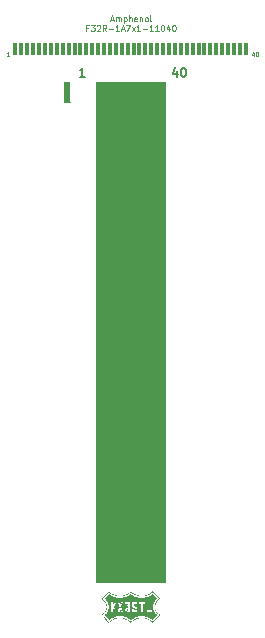
<source format=gto>
G04 #@! TF.GenerationSoftware,KiCad,Pcbnew,9.0.6*
G04 #@! TF.CreationDate,2026-01-01T12:21:56-06:00*
G04 #@! TF.ProjectId,FFC-40,4646432d-3430-42e6-9b69-6361645f7063,rev?*
G04 #@! TF.SameCoordinates,Original*
G04 #@! TF.FileFunction,Legend,Top*
G04 #@! TF.FilePolarity,Positive*
%FSLAX46Y46*%
G04 Gerber Fmt 4.6, Leading zero omitted, Abs format (unit mm)*
G04 Created by KiCad (PCBNEW 9.0.6) date 2026-01-01 12:21:56*
%MOMM*%
%LPD*%
G01*
G04 APERTURE LIST*
G04 Aperture macros list*
%AMRoundRect*
0 Rectangle with rounded corners*
0 $1 Rounding radius*
0 $2 $3 $4 $5 $6 $7 $8 $9 X,Y pos of 4 corners*
0 Add a 4 corners polygon primitive as box body*
4,1,4,$2,$3,$4,$5,$6,$7,$8,$9,$2,$3,0*
0 Add four circle primitives for the rounded corners*
1,1,$1+$1,$2,$3*
1,1,$1+$1,$4,$5*
1,1,$1+$1,$6,$7*
1,1,$1+$1,$8,$9*
0 Add four rect primitives between the rounded corners*
20,1,$1+$1,$2,$3,$4,$5,0*
20,1,$1+$1,$4,$5,$6,$7,0*
20,1,$1+$1,$6,$7,$8,$9,0*
20,1,$1+$1,$8,$9,$2,$3,0*%
%AMFreePoly0*
4,1,7,1.050000,-0.975000,-0.250000,-0.975000,-0.250000,-0.625000,-1.050000,-0.625000,-1.050000,0.975000,1.050000,0.975000,1.050000,-0.975000,1.050000,-0.975000,$1*%
%AMFreePoly1*
4,1,7,1.050000,-0.625000,0.250000,-0.625000,0.250000,-0.975000,-1.050000,-0.975000,-1.050000,0.975000,1.050000,0.975000,1.050000,-0.625000,1.050000,-0.625000,$1*%
G04 Aperture macros list end*
%ADD10C,0.087500*%
%ADD11C,0.150000*%
%ADD12C,0.100000*%
%ADD13C,0.000000*%
%ADD14R,0.650000X1.800000*%
%ADD15R,1.350000X1.800000*%
%ADD16C,2.200000*%
%ADD17RoundRect,0.075000X0.075000X0.475000X-0.075000X0.475000X-0.075000X-0.475000X0.075000X-0.475000X0*%
%ADD18FreePoly0,180.000000*%
%ADD19FreePoly1,180.000000*%
G04 APERTURE END LIST*
D10*
X133100000Y-94019283D02*
X133100000Y-94252616D01*
X133016667Y-93885950D02*
X132933333Y-94135950D01*
X132933333Y-94135950D02*
X133150000Y-94135950D01*
X133350000Y-93902616D02*
X133383333Y-93902616D01*
X133383333Y-93902616D02*
X133416666Y-93919283D01*
X133416666Y-93919283D02*
X133433333Y-93935950D01*
X133433333Y-93935950D02*
X133450000Y-93969283D01*
X133450000Y-93969283D02*
X133466666Y-94035950D01*
X133466666Y-94035950D02*
X133466666Y-94119283D01*
X133466666Y-94119283D02*
X133450000Y-94185950D01*
X133450000Y-94185950D02*
X133433333Y-94219283D01*
X133433333Y-94219283D02*
X133416666Y-94235950D01*
X133416666Y-94235950D02*
X133383333Y-94252616D01*
X133383333Y-94252616D02*
X133350000Y-94252616D01*
X133350000Y-94252616D02*
X133316666Y-94235950D01*
X133316666Y-94235950D02*
X133300000Y-94219283D01*
X133300000Y-94219283D02*
X133283333Y-94185950D01*
X133283333Y-94185950D02*
X133266666Y-94119283D01*
X133266666Y-94119283D02*
X133266666Y-94035950D01*
X133266666Y-94035950D02*
X133283333Y-93969283D01*
X133283333Y-93969283D02*
X133300000Y-93935950D01*
X133300000Y-93935950D02*
X133316666Y-93919283D01*
X133316666Y-93919283D02*
X133350000Y-93902616D01*
X112400000Y-94252616D02*
X112200000Y-94252616D01*
X112300000Y-94252616D02*
X112300000Y-93902616D01*
X112300000Y-93902616D02*
X112266667Y-93952616D01*
X112266667Y-93952616D02*
X112233334Y-93985950D01*
X112233334Y-93985950D02*
X112200000Y-94002616D01*
D11*
X126585714Y-95500414D02*
X126585714Y-96000414D01*
X126407142Y-95214700D02*
X126228571Y-95750414D01*
X126228571Y-95750414D02*
X126692856Y-95750414D01*
X127121428Y-95250414D02*
X127192857Y-95250414D01*
X127192857Y-95250414D02*
X127264285Y-95286128D01*
X127264285Y-95286128D02*
X127300000Y-95321842D01*
X127300000Y-95321842D02*
X127335714Y-95393271D01*
X127335714Y-95393271D02*
X127371428Y-95536128D01*
X127371428Y-95536128D02*
X127371428Y-95714700D01*
X127371428Y-95714700D02*
X127335714Y-95857557D01*
X127335714Y-95857557D02*
X127300000Y-95928985D01*
X127300000Y-95928985D02*
X127264285Y-95964700D01*
X127264285Y-95964700D02*
X127192857Y-96000414D01*
X127192857Y-96000414D02*
X127121428Y-96000414D01*
X127121428Y-96000414D02*
X127050000Y-95964700D01*
X127050000Y-95964700D02*
X127014285Y-95928985D01*
X127014285Y-95928985D02*
X126978571Y-95857557D01*
X126978571Y-95857557D02*
X126942857Y-95714700D01*
X126942857Y-95714700D02*
X126942857Y-95536128D01*
X126942857Y-95536128D02*
X126978571Y-95393271D01*
X126978571Y-95393271D02*
X127014285Y-95321842D01*
X127014285Y-95321842D02*
X127050000Y-95286128D01*
X127050000Y-95286128D02*
X127121428Y-95250414D01*
X118814285Y-96000414D02*
X118385714Y-96000414D01*
X118599999Y-96000414D02*
X118599999Y-95250414D01*
X118599999Y-95250414D02*
X118528571Y-95357557D01*
X118528571Y-95357557D02*
X118457142Y-95428985D01*
X118457142Y-95428985D02*
X118385714Y-95464700D01*
D12*
X119766720Y-96424948D02*
X125596960Y-96424948D01*
X125596960Y-138767195D01*
X119766720Y-138767195D01*
X119766720Y-96424948D01*
G36*
X119766720Y-96424948D02*
G01*
X125596960Y-96424948D01*
X125596960Y-138767195D01*
X119766720Y-138767195D01*
X119766720Y-96424948D01*
G37*
X120997619Y-91180766D02*
X121235714Y-91180766D01*
X120950000Y-91323623D02*
X121116666Y-90823623D01*
X121116666Y-90823623D02*
X121283333Y-91323623D01*
X121449999Y-91323623D02*
X121449999Y-90990290D01*
X121449999Y-91037909D02*
X121473809Y-91014099D01*
X121473809Y-91014099D02*
X121521428Y-90990290D01*
X121521428Y-90990290D02*
X121592856Y-90990290D01*
X121592856Y-90990290D02*
X121640475Y-91014099D01*
X121640475Y-91014099D02*
X121664285Y-91061718D01*
X121664285Y-91061718D02*
X121664285Y-91323623D01*
X121664285Y-91061718D02*
X121688094Y-91014099D01*
X121688094Y-91014099D02*
X121735713Y-90990290D01*
X121735713Y-90990290D02*
X121807142Y-90990290D01*
X121807142Y-90990290D02*
X121854761Y-91014099D01*
X121854761Y-91014099D02*
X121878571Y-91061718D01*
X121878571Y-91061718D02*
X121878571Y-91323623D01*
X122116666Y-90990290D02*
X122116666Y-91490290D01*
X122116666Y-91014099D02*
X122164285Y-90990290D01*
X122164285Y-90990290D02*
X122259523Y-90990290D01*
X122259523Y-90990290D02*
X122307142Y-91014099D01*
X122307142Y-91014099D02*
X122330952Y-91037909D01*
X122330952Y-91037909D02*
X122354761Y-91085528D01*
X122354761Y-91085528D02*
X122354761Y-91228385D01*
X122354761Y-91228385D02*
X122330952Y-91276004D01*
X122330952Y-91276004D02*
X122307142Y-91299814D01*
X122307142Y-91299814D02*
X122259523Y-91323623D01*
X122259523Y-91323623D02*
X122164285Y-91323623D01*
X122164285Y-91323623D02*
X122116666Y-91299814D01*
X122569047Y-91323623D02*
X122569047Y-90823623D01*
X122783333Y-91323623D02*
X122783333Y-91061718D01*
X122783333Y-91061718D02*
X122759523Y-91014099D01*
X122759523Y-91014099D02*
X122711904Y-90990290D01*
X122711904Y-90990290D02*
X122640476Y-90990290D01*
X122640476Y-90990290D02*
X122592857Y-91014099D01*
X122592857Y-91014099D02*
X122569047Y-91037909D01*
X123211904Y-91299814D02*
X123164285Y-91323623D01*
X123164285Y-91323623D02*
X123069047Y-91323623D01*
X123069047Y-91323623D02*
X123021428Y-91299814D01*
X123021428Y-91299814D02*
X122997619Y-91252194D01*
X122997619Y-91252194D02*
X122997619Y-91061718D01*
X122997619Y-91061718D02*
X123021428Y-91014099D01*
X123021428Y-91014099D02*
X123069047Y-90990290D01*
X123069047Y-90990290D02*
X123164285Y-90990290D01*
X123164285Y-90990290D02*
X123211904Y-91014099D01*
X123211904Y-91014099D02*
X123235714Y-91061718D01*
X123235714Y-91061718D02*
X123235714Y-91109337D01*
X123235714Y-91109337D02*
X122997619Y-91156956D01*
X123449999Y-90990290D02*
X123449999Y-91323623D01*
X123449999Y-91037909D02*
X123473809Y-91014099D01*
X123473809Y-91014099D02*
X123521428Y-90990290D01*
X123521428Y-90990290D02*
X123592856Y-90990290D01*
X123592856Y-90990290D02*
X123640475Y-91014099D01*
X123640475Y-91014099D02*
X123664285Y-91061718D01*
X123664285Y-91061718D02*
X123664285Y-91323623D01*
X123973809Y-91323623D02*
X123926190Y-91299814D01*
X123926190Y-91299814D02*
X123902380Y-91276004D01*
X123902380Y-91276004D02*
X123878571Y-91228385D01*
X123878571Y-91228385D02*
X123878571Y-91085528D01*
X123878571Y-91085528D02*
X123902380Y-91037909D01*
X123902380Y-91037909D02*
X123926190Y-91014099D01*
X123926190Y-91014099D02*
X123973809Y-90990290D01*
X123973809Y-90990290D02*
X124045237Y-90990290D01*
X124045237Y-90990290D02*
X124092856Y-91014099D01*
X124092856Y-91014099D02*
X124116666Y-91037909D01*
X124116666Y-91037909D02*
X124140475Y-91085528D01*
X124140475Y-91085528D02*
X124140475Y-91228385D01*
X124140475Y-91228385D02*
X124116666Y-91276004D01*
X124116666Y-91276004D02*
X124092856Y-91299814D01*
X124092856Y-91299814D02*
X124045237Y-91323623D01*
X124045237Y-91323623D02*
X123973809Y-91323623D01*
X124426190Y-91323623D02*
X124378571Y-91299814D01*
X124378571Y-91299814D02*
X124354761Y-91252194D01*
X124354761Y-91252194D02*
X124354761Y-90823623D01*
X119104764Y-91866690D02*
X118938097Y-91866690D01*
X118938097Y-92128595D02*
X118938097Y-91628595D01*
X118938097Y-91628595D02*
X119176192Y-91628595D01*
X119319049Y-91628595D02*
X119628573Y-91628595D01*
X119628573Y-91628595D02*
X119461906Y-91819071D01*
X119461906Y-91819071D02*
X119533335Y-91819071D01*
X119533335Y-91819071D02*
X119580954Y-91842881D01*
X119580954Y-91842881D02*
X119604763Y-91866690D01*
X119604763Y-91866690D02*
X119628573Y-91914309D01*
X119628573Y-91914309D02*
X119628573Y-92033357D01*
X119628573Y-92033357D02*
X119604763Y-92080976D01*
X119604763Y-92080976D02*
X119580954Y-92104786D01*
X119580954Y-92104786D02*
X119533335Y-92128595D01*
X119533335Y-92128595D02*
X119390478Y-92128595D01*
X119390478Y-92128595D02*
X119342859Y-92104786D01*
X119342859Y-92104786D02*
X119319049Y-92080976D01*
X119819049Y-91676214D02*
X119842858Y-91652405D01*
X119842858Y-91652405D02*
X119890477Y-91628595D01*
X119890477Y-91628595D02*
X120009525Y-91628595D01*
X120009525Y-91628595D02*
X120057144Y-91652405D01*
X120057144Y-91652405D02*
X120080953Y-91676214D01*
X120080953Y-91676214D02*
X120104763Y-91723833D01*
X120104763Y-91723833D02*
X120104763Y-91771452D01*
X120104763Y-91771452D02*
X120080953Y-91842881D01*
X120080953Y-91842881D02*
X119795239Y-92128595D01*
X119795239Y-92128595D02*
X120104763Y-92128595D01*
X120604762Y-92128595D02*
X120438096Y-91890500D01*
X120319048Y-92128595D02*
X120319048Y-91628595D01*
X120319048Y-91628595D02*
X120509524Y-91628595D01*
X120509524Y-91628595D02*
X120557143Y-91652405D01*
X120557143Y-91652405D02*
X120580953Y-91676214D01*
X120580953Y-91676214D02*
X120604762Y-91723833D01*
X120604762Y-91723833D02*
X120604762Y-91795262D01*
X120604762Y-91795262D02*
X120580953Y-91842881D01*
X120580953Y-91842881D02*
X120557143Y-91866690D01*
X120557143Y-91866690D02*
X120509524Y-91890500D01*
X120509524Y-91890500D02*
X120319048Y-91890500D01*
X120819048Y-91938119D02*
X121200001Y-91938119D01*
X121700001Y-92128595D02*
X121414287Y-92128595D01*
X121557144Y-92128595D02*
X121557144Y-91628595D01*
X121557144Y-91628595D02*
X121509525Y-91700024D01*
X121509525Y-91700024D02*
X121461906Y-91747643D01*
X121461906Y-91747643D02*
X121414287Y-91771452D01*
X121890477Y-91985738D02*
X122128572Y-91985738D01*
X121842858Y-92128595D02*
X122009524Y-91628595D01*
X122009524Y-91628595D02*
X122176191Y-92128595D01*
X122295238Y-91628595D02*
X122628571Y-91628595D01*
X122628571Y-91628595D02*
X122414286Y-92128595D01*
X122771428Y-92128595D02*
X123033333Y-91795262D01*
X122771428Y-91795262D02*
X123033333Y-92128595D01*
X123485714Y-92128595D02*
X123200000Y-92128595D01*
X123342857Y-92128595D02*
X123342857Y-91628595D01*
X123342857Y-91628595D02*
X123295238Y-91700024D01*
X123295238Y-91700024D02*
X123247619Y-91747643D01*
X123247619Y-91747643D02*
X123200000Y-91771452D01*
X123699999Y-91938119D02*
X124080952Y-91938119D01*
X124580952Y-92128595D02*
X124295238Y-92128595D01*
X124438095Y-92128595D02*
X124438095Y-91628595D01*
X124438095Y-91628595D02*
X124390476Y-91700024D01*
X124390476Y-91700024D02*
X124342857Y-91747643D01*
X124342857Y-91747643D02*
X124295238Y-91771452D01*
X125057142Y-92128595D02*
X124771428Y-92128595D01*
X124914285Y-92128595D02*
X124914285Y-91628595D01*
X124914285Y-91628595D02*
X124866666Y-91700024D01*
X124866666Y-91700024D02*
X124819047Y-91747643D01*
X124819047Y-91747643D02*
X124771428Y-91771452D01*
X125366665Y-91628595D02*
X125414284Y-91628595D01*
X125414284Y-91628595D02*
X125461903Y-91652405D01*
X125461903Y-91652405D02*
X125485713Y-91676214D01*
X125485713Y-91676214D02*
X125509522Y-91723833D01*
X125509522Y-91723833D02*
X125533332Y-91819071D01*
X125533332Y-91819071D02*
X125533332Y-91938119D01*
X125533332Y-91938119D02*
X125509522Y-92033357D01*
X125509522Y-92033357D02*
X125485713Y-92080976D01*
X125485713Y-92080976D02*
X125461903Y-92104786D01*
X125461903Y-92104786D02*
X125414284Y-92128595D01*
X125414284Y-92128595D02*
X125366665Y-92128595D01*
X125366665Y-92128595D02*
X125319046Y-92104786D01*
X125319046Y-92104786D02*
X125295237Y-92080976D01*
X125295237Y-92080976D02*
X125271427Y-92033357D01*
X125271427Y-92033357D02*
X125247618Y-91938119D01*
X125247618Y-91938119D02*
X125247618Y-91819071D01*
X125247618Y-91819071D02*
X125271427Y-91723833D01*
X125271427Y-91723833D02*
X125295237Y-91676214D01*
X125295237Y-91676214D02*
X125319046Y-91652405D01*
X125319046Y-91652405D02*
X125366665Y-91628595D01*
X125961903Y-91795262D02*
X125961903Y-92128595D01*
X125842855Y-91604786D02*
X125723808Y-91961928D01*
X125723808Y-91961928D02*
X126033331Y-91961928D01*
X126319045Y-91628595D02*
X126366664Y-91628595D01*
X126366664Y-91628595D02*
X126414283Y-91652405D01*
X126414283Y-91652405D02*
X126438093Y-91676214D01*
X126438093Y-91676214D02*
X126461902Y-91723833D01*
X126461902Y-91723833D02*
X126485712Y-91819071D01*
X126485712Y-91819071D02*
X126485712Y-91938119D01*
X126485712Y-91938119D02*
X126461902Y-92033357D01*
X126461902Y-92033357D02*
X126438093Y-92080976D01*
X126438093Y-92080976D02*
X126414283Y-92104786D01*
X126414283Y-92104786D02*
X126366664Y-92128595D01*
X126366664Y-92128595D02*
X126319045Y-92128595D01*
X126319045Y-92128595D02*
X126271426Y-92104786D01*
X126271426Y-92104786D02*
X126247617Y-92080976D01*
X126247617Y-92080976D02*
X126223807Y-92033357D01*
X126223807Y-92033357D02*
X126199998Y-91938119D01*
X126199998Y-91938119D02*
X126199998Y-91819071D01*
X126199998Y-91819071D02*
X126223807Y-91723833D01*
X126223807Y-91723833D02*
X126247617Y-91676214D01*
X126247617Y-91676214D02*
X126271426Y-91652405D01*
X126271426Y-91652405D02*
X126319045Y-91628595D01*
X117072000Y-96432000D02*
X117572000Y-96432000D01*
X117572000Y-98132000D01*
X117072000Y-98132000D01*
X117072000Y-96432000D01*
G36*
X117072000Y-96432000D02*
G01*
X117572000Y-96432000D01*
X117572000Y-98132000D01*
X117072000Y-98132000D01*
X117072000Y-96432000D01*
G37*
D13*
G36*
X124559012Y-139559236D02*
G01*
X124566510Y-139568024D01*
X124574186Y-139576707D01*
X124582431Y-139585694D01*
X124591640Y-139595392D01*
X124602204Y-139606212D01*
X124614516Y-139618561D01*
X124628969Y-139632849D01*
X124642339Y-139645950D01*
X124652148Y-139655547D01*
X124664405Y-139667557D01*
X124678776Y-139681653D01*
X124694926Y-139697505D01*
X124712521Y-139714786D01*
X124731227Y-139733168D01*
X124750710Y-139752320D01*
X124770635Y-139771916D01*
X124790668Y-139791626D01*
X124810474Y-139811123D01*
X124816341Y-139816901D01*
X124837898Y-139838122D01*
X124861177Y-139861027D01*
X124885663Y-139885109D01*
X124910840Y-139909861D01*
X124936192Y-139934777D01*
X124961205Y-139959349D01*
X124985361Y-139983072D01*
X125008147Y-140005438D01*
X125029045Y-140025941D01*
X125042918Y-140039543D01*
X125067459Y-140063603D01*
X125089351Y-140085079D01*
X125108740Y-140104118D01*
X125125772Y-140120867D01*
X125140594Y-140135471D01*
X125153350Y-140148077D01*
X125164186Y-140158831D01*
X125173249Y-140167879D01*
X125180685Y-140175369D01*
X125186638Y-140181446D01*
X125191255Y-140186256D01*
X125194683Y-140189947D01*
X125197065Y-140192663D01*
X125198550Y-140194553D01*
X125199281Y-140195761D01*
X125199406Y-140196434D01*
X125199366Y-140196527D01*
X125197479Y-140198224D01*
X125193004Y-140201736D01*
X125186533Y-140206613D01*
X125178659Y-140212404D01*
X125175178Y-140214927D01*
X125165448Y-140222040D01*
X125155482Y-140229485D01*
X125146374Y-140236432D01*
X125139219Y-140242055D01*
X125138500Y-140242638D01*
X125131934Y-140247906D01*
X125123256Y-140254768D01*
X125113459Y-140262442D01*
X125103534Y-140270150D01*
X125100539Y-140272462D01*
X125060012Y-140304820D01*
X125022118Y-140337399D01*
X124987093Y-140369969D01*
X124955171Y-140402303D01*
X124926590Y-140434174D01*
X124902707Y-140463865D01*
X124873015Y-140506187D01*
X124846757Y-140550214D01*
X124823906Y-140596017D01*
X124804433Y-140643669D01*
X124788311Y-140693239D01*
X124775512Y-140744799D01*
X124766008Y-140798419D01*
X124763421Y-140817963D01*
X124761852Y-140834531D01*
X124760730Y-140853975D01*
X124760055Y-140875326D01*
X124759827Y-140897614D01*
X124760047Y-140919867D01*
X124760715Y-140941115D01*
X124761832Y-140960388D01*
X124763333Y-140976176D01*
X124771434Y-141028218D01*
X124782917Y-141078310D01*
X124797793Y-141126476D01*
X124816075Y-141172745D01*
X124837776Y-141217141D01*
X124862908Y-141259692D01*
X124891482Y-141300424D01*
X124923513Y-141339364D01*
X124943144Y-141360584D01*
X124956305Y-141373703D01*
X124972393Y-141388788D01*
X124991448Y-141405871D01*
X125013507Y-141424986D01*
X125038608Y-141446163D01*
X125066790Y-141469436D01*
X125098090Y-141494837D01*
X125132548Y-141522397D01*
X125156196Y-141541123D01*
X125167386Y-141550038D01*
X125177530Y-141558286D01*
X125186231Y-141565529D01*
X125193089Y-141571430D01*
X125197706Y-141575652D01*
X125199685Y-141577858D01*
X125199726Y-141577972D01*
X125198444Y-141579664D01*
X125194547Y-141584062D01*
X125188132Y-141591065D01*
X125179299Y-141600567D01*
X125168144Y-141612467D01*
X125154768Y-141626660D01*
X125139267Y-141643044D01*
X125121739Y-141661514D01*
X125102284Y-141681969D01*
X125081000Y-141704304D01*
X125057984Y-141728417D01*
X125033335Y-141754204D01*
X125007150Y-141781561D01*
X124979530Y-141810386D01*
X124950570Y-141840575D01*
X124920371Y-141872025D01*
X124891441Y-141902124D01*
X124862589Y-141932129D01*
X124834385Y-141961457D01*
X124806954Y-141989980D01*
X124780421Y-142017567D01*
X124754911Y-142044088D01*
X124730549Y-142069415D01*
X124707460Y-142093416D01*
X124685768Y-142115962D01*
X124665599Y-142136924D01*
X124647077Y-142156172D01*
X124630327Y-142173575D01*
X124615474Y-142189005D01*
X124602643Y-142202331D01*
X124591959Y-142213424D01*
X124583546Y-142222153D01*
X124577529Y-142228390D01*
X124574034Y-142232004D01*
X124573278Y-142232780D01*
X124563969Y-142242236D01*
X124513387Y-142201434D01*
X124489408Y-142182173D01*
X124467926Y-142165104D01*
X124448470Y-142149877D01*
X124430572Y-142136141D01*
X124413762Y-142123544D01*
X124397572Y-142111734D01*
X124381532Y-142100362D01*
X124365173Y-142089076D01*
X124348027Y-142077524D01*
X124346586Y-142076563D01*
X124295013Y-142043639D01*
X124242543Y-142012899D01*
X124189640Y-141984571D01*
X124136768Y-141958884D01*
X124084389Y-141936067D01*
X124032969Y-141916348D01*
X123996955Y-141904246D01*
X123933200Y-141886186D01*
X123867910Y-141871716D01*
X123801092Y-141860837D01*
X123732755Y-141853548D01*
X123662905Y-141849851D01*
X123591550Y-141849747D01*
X123518697Y-141853235D01*
X123483252Y-141856182D01*
X123422930Y-141863613D01*
X123362340Y-141874483D01*
X123302094Y-141888626D01*
X123242806Y-141905878D01*
X123185088Y-141926075D01*
X123129552Y-141949050D01*
X123117018Y-141954772D01*
X123107597Y-141959148D01*
X123097751Y-141963716D01*
X123089165Y-141967692D01*
X123086743Y-141968812D01*
X123059742Y-141982046D01*
X123030554Y-141997743D01*
X122999702Y-142015554D01*
X122967712Y-142035130D01*
X122935109Y-142056123D01*
X122902419Y-142078185D01*
X122870167Y-142100968D01*
X122838877Y-142124124D01*
X122809076Y-142147304D01*
X122781288Y-142170161D01*
X122775200Y-142175367D01*
X122767060Y-142182385D01*
X122756924Y-142191125D01*
X122745757Y-142200758D01*
X122734518Y-142210452D01*
X122726882Y-142217041D01*
X122717774Y-142224746D01*
X122709475Y-142231477D01*
X122702501Y-142236840D01*
X122697371Y-142240436D01*
X122694600Y-142241870D01*
X122694490Y-142241879D01*
X122691306Y-142240241D01*
X122686940Y-142235723D01*
X122683319Y-142230896D01*
X122677578Y-142223730D01*
X122668778Y-142214419D01*
X122657043Y-142203078D01*
X122642497Y-142189825D01*
X122625267Y-142174776D01*
X122605475Y-142158047D01*
X122604283Y-142157054D01*
X122546261Y-142110975D01*
X122487475Y-142068704D01*
X122427851Y-142030205D01*
X122367318Y-141995441D01*
X122305803Y-141964375D01*
X122243234Y-141936972D01*
X122179538Y-141913195D01*
X122114643Y-141893007D01*
X122048477Y-141876372D01*
X122045925Y-141875807D01*
X121985726Y-141864241D01*
X121923535Y-141855556D01*
X121860038Y-141849788D01*
X121795917Y-141846972D01*
X121731857Y-141847142D01*
X121668542Y-141850334D01*
X121625715Y-141854309D01*
X121558086Y-141863768D01*
X121491183Y-141877055D01*
X121425059Y-141894150D01*
X121359769Y-141915032D01*
X121295367Y-141939680D01*
X121231908Y-141968074D01*
X121169445Y-142000193D01*
X121108033Y-142036017D01*
X121056345Y-142069607D01*
X121040889Y-142080246D01*
X121026223Y-142090590D01*
X121011750Y-142101086D01*
X120996873Y-142112182D01*
X120980993Y-142124324D01*
X120963514Y-142137960D01*
X120943839Y-142153538D01*
X120937197Y-142158834D01*
X120917786Y-142174302D01*
X120899904Y-142188492D01*
X120883781Y-142201223D01*
X120869652Y-142212310D01*
X120857750Y-142221573D01*
X120848308Y-142228827D01*
X120841560Y-142233891D01*
X120839392Y-142235457D01*
X120833390Y-142239699D01*
X120688992Y-142088112D01*
X120651011Y-142048238D01*
X120615575Y-142011032D01*
X120582536Y-141976337D01*
X120551742Y-141943994D01*
X120523043Y-141913845D01*
X120496290Y-141885731D01*
X120471331Y-141859494D01*
X120448018Y-141834976D01*
X120426199Y-141812019D01*
X120405724Y-141790464D01*
X120386444Y-141770153D01*
X120368208Y-141750929D01*
X120350865Y-141732631D01*
X120334267Y-141715103D01*
X120318261Y-141698186D01*
X120302699Y-141681721D01*
X120287430Y-141665551D01*
X120272304Y-141649517D01*
X120257170Y-141633461D01*
X120241879Y-141617225D01*
X120226281Y-141600649D01*
X120211200Y-141584615D01*
X120288065Y-141584615D01*
X120335151Y-141634422D01*
X120382448Y-141684420D01*
X120427604Y-141732095D01*
X120471137Y-141777987D01*
X120513559Y-141822638D01*
X120555388Y-141866591D01*
X120597136Y-141910386D01*
X120639321Y-141954566D01*
X120682457Y-141999672D01*
X120683275Y-142000526D01*
X120702063Y-142020160D01*
X120720331Y-142039255D01*
X120737865Y-142057588D01*
X120754452Y-142074935D01*
X120769879Y-142091073D01*
X120783930Y-142105777D01*
X120796393Y-142118824D01*
X120807055Y-142129991D01*
X120815700Y-142139054D01*
X120822116Y-142145790D01*
X120826088Y-142149974D01*
X120826590Y-142150505D01*
X120833114Y-142157291D01*
X120837612Y-142161538D01*
X120840633Y-142163645D01*
X120842723Y-142164013D01*
X120844122Y-142163301D01*
X120846710Y-142161157D01*
X120851614Y-142157014D01*
X120858189Y-142151421D01*
X120865788Y-142144927D01*
X120867809Y-142143195D01*
X120928134Y-142093754D01*
X120989354Y-142048110D01*
X121051493Y-142006254D01*
X121114575Y-141968174D01*
X121178622Y-141933860D01*
X121243659Y-141903302D01*
X121309709Y-141876490D01*
X121376796Y-141853412D01*
X121444942Y-141834059D01*
X121514172Y-141818419D01*
X121584508Y-141806484D01*
X121641341Y-141799619D01*
X121713729Y-141794231D01*
X121785153Y-141792585D01*
X121855652Y-141794694D01*
X121925265Y-141800566D01*
X121994032Y-141810214D01*
X122061991Y-141823647D01*
X122129182Y-141840877D01*
X122195644Y-141861914D01*
X122261417Y-141886769D01*
X122326538Y-141915453D01*
X122391048Y-141947977D01*
X122454986Y-141984350D01*
X122518391Y-142024585D01*
X122555460Y-142050064D01*
X122577923Y-142066289D01*
X122601716Y-142084092D01*
X122625877Y-142102724D01*
X122649444Y-142121432D01*
X122671455Y-142139466D01*
X122687978Y-142153494D01*
X122702324Y-142165917D01*
X122707821Y-142161415D01*
X122710972Y-142158799D01*
X122716559Y-142154126D01*
X122724035Y-142147856D01*
X122732848Y-142140449D01*
X122742450Y-142132368D01*
X122744259Y-142130844D01*
X122777674Y-142103595D01*
X122813416Y-142076105D01*
X122850559Y-142049033D01*
X122888174Y-142023037D01*
X122925333Y-141998774D01*
X122961107Y-141976900D01*
X122963688Y-141975386D01*
X122994265Y-141958213D01*
X123027392Y-141940883D01*
X123062146Y-141923821D01*
X123097602Y-141907453D01*
X123132834Y-141892207D01*
X123166918Y-141878507D01*
X123198929Y-141866780D01*
X123201008Y-141866064D01*
X123269090Y-141844776D01*
X123337834Y-141827333D01*
X123407259Y-141813732D01*
X123477387Y-141803970D01*
X123548240Y-141798044D01*
X123619839Y-141795950D01*
X123670816Y-141796777D01*
X123740091Y-141800949D01*
X123808250Y-141808629D01*
X123875425Y-141819861D01*
X123941748Y-141834687D01*
X124007350Y-141853149D01*
X124072363Y-141875289D01*
X124136919Y-141901149D01*
X124201149Y-141930773D01*
X124265186Y-141964202D01*
X124329160Y-142001479D01*
X124351682Y-142015519D01*
X124395595Y-142044327D01*
X124438984Y-142074786D01*
X124482700Y-142107513D01*
X124520820Y-142137628D01*
X124555397Y-142165564D01*
X124577635Y-142142683D01*
X124582205Y-142137954D01*
X124589245Y-142130634D01*
X124598528Y-142120960D01*
X124609828Y-142109169D01*
X124622917Y-142095497D01*
X124637571Y-142080180D01*
X124653563Y-142063456D01*
X124670665Y-142045561D01*
X124688653Y-142026731D01*
X124707299Y-142007204D01*
X124726377Y-141987215D01*
X124731260Y-141982097D01*
X124754487Y-141957757D01*
X124775231Y-141936027D01*
X124793704Y-141916689D01*
X124810116Y-141899524D01*
X124824679Y-141884314D01*
X124837604Y-141870840D01*
X124849103Y-141858885D01*
X124859387Y-141848229D01*
X124868667Y-141838655D01*
X124877155Y-141829943D01*
X124885062Y-141821876D01*
X124892600Y-141814235D01*
X124899978Y-141806801D01*
X124907410Y-141799356D01*
X124915106Y-141791682D01*
X124923277Y-141783560D01*
X124924757Y-141782091D01*
X124932825Y-141774010D01*
X124939834Y-141766846D01*
X124945348Y-141761058D01*
X124948928Y-141757107D01*
X124950139Y-141755468D01*
X124951458Y-141753742D01*
X124955167Y-141749648D01*
X124960890Y-141743581D01*
X124968252Y-141735934D01*
X124976880Y-141727102D01*
X124983832Y-141720061D01*
X124993685Y-141710086D01*
X125005601Y-141697961D01*
X125018933Y-141684345D01*
X125033033Y-141669903D01*
X125047255Y-141655296D01*
X125060952Y-141641187D01*
X125066898Y-141635046D01*
X125116270Y-141584007D01*
X125108936Y-141577962D01*
X125104358Y-141574430D01*
X125100971Y-141572252D01*
X125100056Y-141571916D01*
X125098035Y-141570710D01*
X125093758Y-141567443D01*
X125087892Y-141562644D01*
X125082433Y-141557994D01*
X125075475Y-141552079D01*
X125066334Y-141544470D01*
X125055894Y-141535894D01*
X125045040Y-141527077D01*
X125037058Y-141520665D01*
X125027826Y-141513215D01*
X125019622Y-141506456D01*
X125012952Y-141500815D01*
X125008318Y-141496717D01*
X125006225Y-141494589D01*
X125006197Y-141494545D01*
X125003225Y-141492117D01*
X125001803Y-141491833D01*
X124999265Y-141490858D01*
X124998970Y-141490083D01*
X124997565Y-141488234D01*
X124993716Y-141484392D01*
X124987969Y-141479075D01*
X124980873Y-141472800D01*
X124978949Y-141471140D01*
X124950291Y-141445842D01*
X124924594Y-141421626D01*
X124901297Y-141397888D01*
X124879838Y-141374020D01*
X124859655Y-141349416D01*
X124840188Y-141323470D01*
X124833529Y-141314088D01*
X124806853Y-141272903D01*
X124782902Y-141229574D01*
X124761843Y-141184552D01*
X124743840Y-141138288D01*
X124729058Y-141091234D01*
X124717664Y-141043840D01*
X124709821Y-140996557D01*
X124706884Y-140968363D01*
X124704519Y-140932269D01*
X124703492Y-140898968D01*
X124703804Y-140867584D01*
X124705457Y-140837240D01*
X124707014Y-140819917D01*
X124708428Y-140806515D01*
X124709572Y-140796568D01*
X124710497Y-140789639D01*
X124710646Y-140788665D01*
X124711363Y-140783796D01*
X124712291Y-140777121D01*
X124712707Y-140774015D01*
X124714496Y-140762569D01*
X124717119Y-140748488D01*
X124720335Y-140732893D01*
X124723906Y-140716905D01*
X124727594Y-140701647D01*
X124730485Y-140690652D01*
X124746475Y-140638901D01*
X124765298Y-140589655D01*
X124787124Y-140542561D01*
X124812124Y-140497263D01*
X124840469Y-140453408D01*
X124853730Y-140434903D01*
X124858812Y-140427890D01*
X124862888Y-140422022D01*
X124865476Y-140418010D01*
X124866149Y-140416628D01*
X124867532Y-140414533D01*
X124870876Y-140411463D01*
X124871032Y-140411339D01*
X124874445Y-140408076D01*
X124875914Y-140405525D01*
X124875915Y-140405480D01*
X124877314Y-140402968D01*
X124880691Y-140399705D01*
X124880799Y-140399620D01*
X124884219Y-140396267D01*
X124885681Y-140393519D01*
X124885682Y-140393479D01*
X124887095Y-140390956D01*
X124890653Y-140387300D01*
X124892518Y-140385725D01*
X124896657Y-140382028D01*
X124899087Y-140379097D01*
X124899354Y-140378354D01*
X124900686Y-140376490D01*
X124904392Y-140372345D01*
X124910036Y-140366353D01*
X124917185Y-140358950D01*
X124925402Y-140350569D01*
X124934255Y-140341646D01*
X124943307Y-140332614D01*
X124952124Y-140323908D01*
X124960271Y-140315962D01*
X124967314Y-140309211D01*
X124972817Y-140304090D01*
X124976345Y-140301033D01*
X124977413Y-140300353D01*
X124979593Y-140298948D01*
X124983148Y-140295353D01*
X124985532Y-140292540D01*
X124989567Y-140288068D01*
X124992964Y-140285240D01*
X124994240Y-140284727D01*
X124996967Y-140283344D01*
X125000679Y-140279916D01*
X125001600Y-140278868D01*
X125005214Y-140275111D01*
X125008024Y-140273109D01*
X125008468Y-140273008D01*
X125010920Y-140271611D01*
X125014156Y-140268240D01*
X125014247Y-140268125D01*
X125017309Y-140264730D01*
X125019426Y-140263244D01*
X125019474Y-140263242D01*
X125021457Y-140262088D01*
X125025813Y-140258949D01*
X125031892Y-140254311D01*
X125038725Y-140248912D01*
X125047288Y-140242118D01*
X125056155Y-140235207D01*
X125064088Y-140229140D01*
X125068349Y-140225961D01*
X125074870Y-140221072D01*
X125083211Y-140214666D01*
X125092155Y-140207683D01*
X125098343Y-140202779D01*
X125116578Y-140188217D01*
X125092449Y-140164690D01*
X125087433Y-140159787D01*
X125079881Y-140152387D01*
X125070041Y-140142732D01*
X125058160Y-140131067D01*
X125044485Y-140117635D01*
X125029265Y-140102678D01*
X125012746Y-140086441D01*
X124995178Y-140069167D01*
X124976806Y-140051099D01*
X124957879Y-140032480D01*
X124941290Y-140016156D01*
X124921656Y-139996844D01*
X124900984Y-139976530D01*
X124879468Y-139955402D01*
X124857299Y-139933648D01*
X124834670Y-139911454D01*
X124811771Y-139889010D01*
X124788796Y-139866502D01*
X124765936Y-139844120D01*
X124743383Y-139822049D01*
X124721331Y-139800479D01*
X124699969Y-139779596D01*
X124679491Y-139759589D01*
X124660089Y-139740646D01*
X124641955Y-139722953D01*
X124625280Y-139706700D01*
X124610258Y-139692073D01*
X124597079Y-139679261D01*
X124585936Y-139668451D01*
X124577022Y-139659830D01*
X124570527Y-139653588D01*
X124566874Y-139650124D01*
X124560784Y-139644710D01*
X124556510Y-139641716D01*
X124553240Y-139640675D01*
X124550884Y-139640912D01*
X124547762Y-139642578D01*
X124542369Y-139646360D01*
X124535347Y-139651773D01*
X124527337Y-139658333D01*
X124523276Y-139661793D01*
X124467962Y-139706994D01*
X124409970Y-139749481D01*
X124349541Y-139789129D01*
X124286918Y-139825816D01*
X124222345Y-139859421D01*
X124156064Y-139889819D01*
X124088318Y-139916888D01*
X124019350Y-139940507D01*
X123949402Y-139960551D01*
X123914919Y-139969014D01*
X123863261Y-139979807D01*
X123811518Y-139988183D01*
X123758928Y-139994224D01*
X123704733Y-139998012D01*
X123648171Y-139999632D01*
X123633651Y-139999708D01*
X123577295Y-139998776D01*
X123523164Y-139995806D01*
X123470248Y-139990678D01*
X123417538Y-139983272D01*
X123364024Y-139973465D01*
X123308696Y-139961137D01*
X123305924Y-139960467D01*
X123292281Y-139957039D01*
X123277425Y-139953102D01*
X123261823Y-139948798D01*
X123245940Y-139944269D01*
X123230244Y-139939658D01*
X123215201Y-139935108D01*
X123201278Y-139930761D01*
X123188941Y-139926759D01*
X123178656Y-139923247D01*
X123170890Y-139920365D01*
X123166111Y-139918256D01*
X123164800Y-139917331D01*
X123162436Y-139916034D01*
X123157506Y-139914467D01*
X123153569Y-139913517D01*
X123147898Y-139911996D01*
X123144201Y-139910417D01*
X123143387Y-139909543D01*
X123141714Y-139908196D01*
X123138504Y-139907751D01*
X123134832Y-139907167D01*
X123133621Y-139906048D01*
X123131895Y-139904707D01*
X123127583Y-139903423D01*
X123125808Y-139903095D01*
X123120923Y-139901887D01*
X123118199Y-139900385D01*
X123117995Y-139899915D01*
X123116327Y-139898449D01*
X123113251Y-139897985D01*
X123108296Y-139896815D01*
X123105578Y-139895055D01*
X123101715Y-139892621D01*
X123099439Y-139892125D01*
X123095469Y-139890821D01*
X123093300Y-139889195D01*
X123089069Y-139886857D01*
X123085627Y-139886265D01*
X123082022Y-139885688D01*
X123080883Y-139884626D01*
X123079248Y-139882678D01*
X123075375Y-139880517D01*
X123070818Y-139878885D01*
X123067956Y-139878452D01*
X123064194Y-139877158D01*
X123062048Y-139875523D01*
X123057788Y-139873157D01*
X123054514Y-139872593D01*
X123049770Y-139871558D01*
X123047329Y-139870042D01*
X123044935Y-139868479D01*
X123039558Y-139865422D01*
X123031698Y-139861143D01*
X123021857Y-139855910D01*
X123010538Y-139849994D01*
X123000800Y-139844974D01*
X122955386Y-139820834D01*
X122912278Y-139796056D01*
X122870639Y-139770093D01*
X122829631Y-139742402D01*
X122788418Y-139712437D01*
X122746161Y-139679654D01*
X122743603Y-139677608D01*
X122729985Y-139666860D01*
X122718923Y-139658530D01*
X122710071Y-139652420D01*
X122703083Y-139648333D01*
X122697611Y-139646072D01*
X122693309Y-139645440D01*
X122689832Y-139646239D01*
X122689123Y-139646599D01*
X122686465Y-139648526D01*
X122681472Y-139652533D01*
X122674746Y-139658121D01*
X122666890Y-139664794D01*
X122662480Y-139668594D01*
X122620567Y-139703080D01*
X122575222Y-139736960D01*
X122526911Y-139769947D01*
X122476095Y-139801751D01*
X122423239Y-139832087D01*
X122368804Y-139860665D01*
X122313255Y-139887197D01*
X122304745Y-139891033D01*
X122246441Y-139915397D01*
X122186107Y-139937345D01*
X122124511Y-139956654D01*
X122062420Y-139973098D01*
X122000601Y-139986455D01*
X121947024Y-139995478D01*
X121929179Y-139998011D01*
X121913253Y-140000119D01*
X121898625Y-140001839D01*
X121884670Y-140003211D01*
X121870767Y-140004272D01*
X121856293Y-140005060D01*
X121840625Y-140005613D01*
X121823139Y-140005971D01*
X121803214Y-140006170D01*
X121780227Y-140006250D01*
X121771232Y-140006256D01*
X121748106Y-140006227D01*
X121728398Y-140006119D01*
X121711620Y-140005919D01*
X121697283Y-140005612D01*
X121684901Y-140005185D01*
X121673984Y-140004624D01*
X121664044Y-140003914D01*
X121654594Y-140003042D01*
X121653061Y-140002883D01*
X121590609Y-139995050D01*
X121529730Y-139984894D01*
X121471193Y-139972550D01*
X121453608Y-139968292D01*
X121437835Y-139964267D01*
X121422724Y-139960259D01*
X121408756Y-139956406D01*
X121396410Y-139952850D01*
X121386166Y-139949729D01*
X121378503Y-139947185D01*
X121373901Y-139945356D01*
X121372868Y-139944726D01*
X121369528Y-139943227D01*
X121366868Y-139942910D01*
X121362650Y-139942305D01*
X121356782Y-139940783D01*
X121350595Y-139938777D01*
X121345415Y-139936723D01*
X121342572Y-139935055D01*
X121342461Y-139934916D01*
X121340222Y-139933744D01*
X121335157Y-139931954D01*
X121328229Y-139929877D01*
X121325892Y-139929237D01*
X121318588Y-139927135D01*
X121312853Y-139925213D01*
X121309649Y-139923804D01*
X121309324Y-139923527D01*
X121306905Y-139922204D01*
X121302205Y-139920883D01*
X121300988Y-139920640D01*
X121296292Y-139919340D01*
X121293790Y-139917797D01*
X121293664Y-139917429D01*
X121291992Y-139916027D01*
X121288781Y-139915564D01*
X121285110Y-139914895D01*
X121283898Y-139913611D01*
X121282226Y-139912143D01*
X121279014Y-139911658D01*
X121275344Y-139910989D01*
X121274131Y-139909704D01*
X121272460Y-139908236D01*
X121269248Y-139907751D01*
X121265577Y-139907082D01*
X121264365Y-139905798D01*
X121262694Y-139904330D01*
X121259482Y-139903845D01*
X121255810Y-139903265D01*
X121254599Y-139902152D01*
X121252933Y-139900519D01*
X121248724Y-139898214D01*
X121243153Y-139895741D01*
X121237403Y-139893603D01*
X121232655Y-139892303D01*
X121231062Y-139892125D01*
X121227770Y-139891351D01*
X121226928Y-139890521D01*
X121225058Y-139889244D01*
X121220168Y-139886535D01*
X121212758Y-139882654D01*
X121203329Y-139877861D01*
X121192383Y-139872415D01*
X121185591Y-139869086D01*
X121129316Y-139840279D01*
X121075182Y-139809687D01*
X121022517Y-139776879D01*
X120970652Y-139741425D01*
X120918916Y-139702895D01*
X120885436Y-139676319D01*
X120873711Y-139666875D01*
X120864496Y-139659727D01*
X120857328Y-139654635D01*
X120851742Y-139651362D01*
X120847274Y-139649670D01*
X120843460Y-139649321D01*
X120839837Y-139650077D01*
X120836717Y-139651338D01*
X120834483Y-139653009D01*
X120829899Y-139657062D01*
X120822935Y-139663528D01*
X120813561Y-139672435D01*
X120801750Y-139683812D01*
X120787470Y-139697687D01*
X120770693Y-139714090D01*
X120751390Y-139733049D01*
X120729531Y-139754593D01*
X120705086Y-139778751D01*
X120678027Y-139805552D01*
X120648323Y-139835024D01*
X120615946Y-139867197D01*
X120580866Y-139902099D01*
X120558924Y-139923949D01*
X120288719Y-140193091D01*
X120297509Y-140198585D01*
X120302758Y-140202295D01*
X120309748Y-140207818D01*
X120317392Y-140214276D01*
X120321924Y-140218312D01*
X120327600Y-140223419D01*
X120335660Y-140230584D01*
X120345537Y-140239307D01*
X120356663Y-140249087D01*
X120368471Y-140259426D01*
X120380393Y-140269822D01*
X120380445Y-140269867D01*
X120402308Y-140288991D01*
X120421503Y-140306029D01*
X120438399Y-140321354D01*
X120453366Y-140335337D01*
X120466772Y-140348350D01*
X120478987Y-140360764D01*
X120490379Y-140372952D01*
X120501319Y-140385285D01*
X120512175Y-140398135D01*
X120523316Y-140411874D01*
X120530584Y-140421073D01*
X120540389Y-140434021D01*
X120551385Y-140449280D01*
X120562977Y-140465966D01*
X120574571Y-140483193D01*
X120585570Y-140500077D01*
X120595382Y-140515732D01*
X120603410Y-140529274D01*
X120603924Y-140530180D01*
X120627971Y-140576562D01*
X120648596Y-140624419D01*
X120665697Y-140673437D01*
X120679176Y-140723299D01*
X120688933Y-140773689D01*
X120694209Y-140816527D01*
X120694967Y-140828198D01*
X120695449Y-140842848D01*
X120695671Y-140859706D01*
X120695646Y-140878003D01*
X120695390Y-140896968D01*
X120694917Y-140915829D01*
X120694241Y-140933817D01*
X120693377Y-140950161D01*
X120692339Y-140964090D01*
X120691229Y-140974223D01*
X120683527Y-141021151D01*
X120673468Y-141067643D01*
X120661242Y-141113066D01*
X120647037Y-141156790D01*
X120631042Y-141198183D01*
X120613445Y-141236616D01*
X120611811Y-141239864D01*
X120592010Y-141276054D01*
X120569661Y-141311418D01*
X120544586Y-141346157D01*
X120516608Y-141380476D01*
X120485547Y-141414577D01*
X120451227Y-141448662D01*
X120413469Y-141482934D01*
X120372095Y-141517596D01*
X120358029Y-141528830D01*
X120348942Y-141536076D01*
X120340894Y-141542626D01*
X120334401Y-141548046D01*
X120329982Y-141551906D01*
X120328175Y-141553734D01*
X120325525Y-141556043D01*
X120324446Y-141556290D01*
X120321711Y-141557458D01*
X120316862Y-141560542D01*
X120310749Y-141564917D01*
X120304222Y-141569953D01*
X120298132Y-141575024D01*
X120294252Y-141578579D01*
X120288065Y-141584615D01*
X120211200Y-141584615D01*
X120210224Y-141583577D01*
X120210094Y-141583438D01*
X120199808Y-141572498D01*
X120235474Y-141547393D01*
X120262358Y-141528303D01*
X120286409Y-141510850D01*
X120308129Y-141494639D01*
X120328021Y-141479277D01*
X120346587Y-141464367D01*
X120364330Y-141449515D01*
X120381754Y-141434327D01*
X120396825Y-141420732D01*
X120437424Y-141381256D01*
X120474348Y-141340469D01*
X120507614Y-141298340D01*
X120537238Y-141254842D01*
X120563235Y-141209944D01*
X120585620Y-141163618D01*
X120604410Y-141115835D01*
X120619621Y-141066566D01*
X120631267Y-141015782D01*
X120637785Y-140975858D01*
X120639594Y-140959174D01*
X120640950Y-140939696D01*
X120641850Y-140918329D01*
X120642287Y-140895976D01*
X120642258Y-140873541D01*
X120641758Y-140851930D01*
X120640782Y-140832046D01*
X120639325Y-140814794D01*
X120638652Y-140809174D01*
X120629663Y-140755598D01*
X120617052Y-140703482D01*
X120600835Y-140652860D01*
X120581026Y-140603766D01*
X120557641Y-140556234D01*
X120530696Y-140510297D01*
X120500205Y-140465991D01*
X120466183Y-140423348D01*
X120465458Y-140422502D01*
X120445865Y-140400385D01*
X120425371Y-140378693D01*
X120403632Y-140357119D01*
X120380304Y-140335353D01*
X120355042Y-140313087D01*
X120327503Y-140290012D01*
X120297342Y-140265820D01*
X120264214Y-140240202D01*
X120250911Y-140230130D01*
X120211150Y-140200184D01*
X120281186Y-140130487D01*
X120290234Y-140121481D01*
X120301852Y-140109912D01*
X120315844Y-140095976D01*
X120332013Y-140079870D01*
X120350162Y-140061788D01*
X120370096Y-140041927D01*
X120391617Y-140020483D01*
X120414530Y-139997651D01*
X120438637Y-139973627D01*
X120463743Y-139948606D01*
X120489651Y-139922785D01*
X120516164Y-139896359D01*
X120543087Y-139869525D01*
X120570222Y-139842477D01*
X120597373Y-139815411D01*
X120597718Y-139815068D01*
X120844212Y-139569345D01*
X120851920Y-139575941D01*
X120865986Y-139587940D01*
X120880069Y-139599885D01*
X120893681Y-139611368D01*
X120906335Y-139621980D01*
X120917545Y-139631313D01*
X120926822Y-139638959D01*
X120933680Y-139644508D01*
X120934267Y-139644973D01*
X120944722Y-139653238D01*
X120953027Y-139659755D01*
X120960077Y-139665205D01*
X120966769Y-139670264D01*
X120974002Y-139675613D01*
X120982670Y-139681929D01*
X120992864Y-139689307D01*
X121053710Y-139731251D01*
X121114929Y-139769353D01*
X121176670Y-139803670D01*
X121239086Y-139834261D01*
X121302327Y-139861184D01*
X121366546Y-139884497D01*
X121431892Y-139904258D01*
X121498517Y-139920524D01*
X121566572Y-139933354D01*
X121636209Y-139942806D01*
X121659897Y-139945225D01*
X121670358Y-139945970D01*
X121684116Y-139946590D01*
X121700566Y-139947085D01*
X121719102Y-139947454D01*
X121739116Y-139947697D01*
X121760002Y-139947815D01*
X121781154Y-139947808D01*
X121801966Y-139947674D01*
X121821831Y-139947415D01*
X121840142Y-139947031D01*
X121856293Y-139946521D01*
X121869678Y-139945885D01*
X121878661Y-139945225D01*
X121949556Y-139936798D01*
X122018626Y-139924973D01*
X122086086Y-139909681D01*
X122152153Y-139890853D01*
X122217045Y-139868421D01*
X122280979Y-139842314D01*
X122344171Y-139812466D01*
X122406838Y-139778806D01*
X122411216Y-139776302D01*
X122455326Y-139749807D01*
X122500367Y-139720531D01*
X122545474Y-139689106D01*
X122589785Y-139656166D01*
X122632434Y-139622342D01*
X122672560Y-139588267D01*
X122692305Y-139570508D01*
X122697305Y-139565913D01*
X122748949Y-139609244D01*
X122769011Y-139625978D01*
X122786772Y-139640553D01*
X122802831Y-139653425D01*
X122817786Y-139665052D01*
X122832236Y-139675892D01*
X122846781Y-139686403D01*
X122862018Y-139697041D01*
X122878547Y-139708264D01*
X122878722Y-139708382D01*
X122935527Y-139744838D01*
X122992246Y-139777803D01*
X123049533Y-139807626D01*
X123108041Y-139834652D01*
X123146816Y-139850796D01*
X123210132Y-139874327D01*
X123273712Y-139894405D01*
X123338011Y-139911135D01*
X123403481Y-139924619D01*
X123470578Y-139934963D01*
X123539753Y-139942270D01*
X123549662Y-139943059D01*
X123563461Y-139943881D01*
X123580348Y-139944512D01*
X123599511Y-139944952D01*
X123620136Y-139945201D01*
X123641411Y-139945259D01*
X123662521Y-139945126D01*
X123682653Y-139944802D01*
X123700995Y-139944286D01*
X123716734Y-139943580D01*
X123724477Y-139943073D01*
X123793502Y-139935954D01*
X123861557Y-139925182D01*
X123928718Y-139910728D01*
X123995064Y-139892566D01*
X124060671Y-139870668D01*
X124125617Y-139845005D01*
X124189978Y-139815552D01*
X124253832Y-139782279D01*
X124317255Y-139745160D01*
X124366118Y-139713757D01*
X124379653Y-139704490D01*
X124393777Y-139694341D01*
X124408912Y-139682988D01*
X124425479Y-139670104D01*
X124443898Y-139655367D01*
X124464592Y-139638450D01*
X124474310Y-139630413D01*
X124485639Y-139621032D01*
X124496240Y-139612287D01*
X124505666Y-139604544D01*
X124513473Y-139598166D01*
X124519215Y-139593519D01*
X124522450Y-139590965D01*
X124522634Y-139590828D01*
X124526170Y-139587566D01*
X124531270Y-139582051D01*
X124537150Y-139575156D01*
X124541203Y-139570114D01*
X124554207Y-139553515D01*
X124559012Y-139559236D01*
G37*
G36*
X122706037Y-139798325D02*
G01*
X122711067Y-139801737D01*
X122718297Y-139806861D01*
X122727272Y-139813374D01*
X122737538Y-139820948D01*
X122746878Y-139827930D01*
X122810536Y-139873485D01*
X122875451Y-139915344D01*
X122941647Y-139953518D01*
X123009146Y-139988016D01*
X123077974Y-140018851D01*
X123148153Y-140046033D01*
X123219708Y-140069572D01*
X123292662Y-140089480D01*
X123358961Y-140104186D01*
X123371246Y-140106482D01*
X123383124Y-140108446D01*
X123393698Y-140109948D01*
X123402071Y-140110859D01*
X123406587Y-140111074D01*
X123412910Y-140111260D01*
X123417322Y-140111884D01*
X123418795Y-140112710D01*
X123420606Y-140114448D01*
X123425479Y-140115868D01*
X123432573Y-140116804D01*
X123441046Y-140117091D01*
X123441088Y-140117091D01*
X123446356Y-140117270D01*
X123454620Y-140117834D01*
X123464999Y-140118712D01*
X123476610Y-140119828D01*
X123485205Y-140120736D01*
X123498433Y-140122119D01*
X123512285Y-140123450D01*
X123525479Y-140124612D01*
X123536734Y-140125491D01*
X123541361Y-140125796D01*
X123550095Y-140126412D01*
X123557184Y-140127097D01*
X123561848Y-140127763D01*
X123563330Y-140128273D01*
X123565142Y-140128707D01*
X123570031Y-140128942D01*
X123577172Y-140128955D01*
X123582863Y-140128826D01*
X123591059Y-140128715D01*
X123597562Y-140128909D01*
X123601548Y-140129365D01*
X123602399Y-140129803D01*
X123604266Y-140130231D01*
X123609527Y-140130615D01*
X123617669Y-140130940D01*
X123628179Y-140131190D01*
X123640544Y-140131347D01*
X123653181Y-140131398D01*
X123666805Y-140131344D01*
X123679048Y-140131192D01*
X123689398Y-140130957D01*
X123697340Y-140130654D01*
X123702364Y-140130297D01*
X123703966Y-140129933D01*
X123705753Y-140129201D01*
X123710442Y-140128676D01*
X123717032Y-140128468D01*
X123717251Y-140128468D01*
X123735561Y-140127992D01*
X123757007Y-140126622D01*
X123780940Y-140124443D01*
X123806713Y-140121541D01*
X123833681Y-140118002D01*
X123861194Y-140113912D01*
X123888608Y-140109357D01*
X123915274Y-140104422D01*
X123940546Y-140099194D01*
X123944531Y-140098310D01*
X124012185Y-140081203D01*
X124079646Y-140060263D01*
X124146762Y-140035561D01*
X124213384Y-140007170D01*
X124279361Y-139975163D01*
X124344545Y-139939612D01*
X124408784Y-139900590D01*
X124471928Y-139858169D01*
X124529628Y-139815663D01*
X124540058Y-139807981D01*
X124547900Y-139803003D01*
X124553319Y-139800661D01*
X124556476Y-139800885D01*
X124557535Y-139803604D01*
X124557536Y-139803737D01*
X124558897Y-139805524D01*
X124562879Y-139809915D01*
X124569335Y-139816761D01*
X124578118Y-139825910D01*
X124589080Y-139837214D01*
X124602074Y-139850520D01*
X124616951Y-139865679D01*
X124633564Y-139882540D01*
X124651765Y-139900954D01*
X124671407Y-139920769D01*
X124692342Y-139941835D01*
X124714423Y-139964003D01*
X124737501Y-139987121D01*
X124744357Y-139993979D01*
X124774140Y-140023788D01*
X124801179Y-140050903D01*
X124825516Y-140075366D01*
X124847193Y-140097221D01*
X124866252Y-140116511D01*
X124882736Y-140133278D01*
X124896687Y-140147568D01*
X124908147Y-140159422D01*
X124917158Y-140168883D01*
X124923764Y-140175995D01*
X124928005Y-140180802D01*
X124929924Y-140183346D01*
X124930047Y-140183751D01*
X124927833Y-140186127D01*
X124923144Y-140189470D01*
X124917313Y-140192880D01*
X124912824Y-140195639D01*
X124907450Y-140199683D01*
X124900864Y-140205311D01*
X124892734Y-140212819D01*
X124882731Y-140222505D01*
X124870527Y-140234667D01*
X124865783Y-140239455D01*
X124848587Y-140256968D01*
X124833678Y-140272437D01*
X124820491Y-140286491D01*
X124808460Y-140299755D01*
X124797022Y-140312856D01*
X124785610Y-140326422D01*
X124773660Y-140341079D01*
X124769508Y-140346255D01*
X124738591Y-140386839D01*
X124711097Y-140427118D01*
X124686660Y-140467756D01*
X124664920Y-140509418D01*
X124645512Y-140552770D01*
X124628074Y-140598475D01*
X124621829Y-140616779D01*
X124609836Y-140654854D01*
X124599910Y-140690606D01*
X124591897Y-140724925D01*
X124585641Y-140758702D01*
X124580987Y-140792826D01*
X124577780Y-140828187D01*
X124575864Y-140865675D01*
X124575394Y-140882911D01*
X124575132Y-140897963D01*
X124574997Y-140911589D01*
X124574985Y-140923329D01*
X124575093Y-140932725D01*
X124575317Y-140939320D01*
X124575655Y-140942655D01*
X124575824Y-140942973D01*
X124576531Y-140944757D01*
X124576839Y-140949467D01*
X124576693Y-140956137D01*
X124576636Y-140957132D01*
X124576517Y-140965477D01*
X124576931Y-140975960D01*
X124577794Y-140986864D01*
X124578349Y-140991802D01*
X124586745Y-141043147D01*
X124598938Y-141094568D01*
X124614831Y-141145865D01*
X124634325Y-141196834D01*
X124657321Y-141247275D01*
X124683721Y-141296984D01*
X124713425Y-141345760D01*
X124746337Y-141393401D01*
X124782356Y-141439704D01*
X124815621Y-141478167D01*
X124827849Y-141491544D01*
X124839233Y-141503806D01*
X124849500Y-141514671D01*
X124858374Y-141523857D01*
X124865581Y-141531079D01*
X124870846Y-141536055D01*
X124873895Y-141538503D01*
X124874414Y-141538711D01*
X124876372Y-141540030D01*
X124880513Y-141543658D01*
X124886300Y-141549097D01*
X124893197Y-141555851D01*
X124896101Y-141558765D01*
X124903903Y-141566504D01*
X124911412Y-141573704D01*
X124917882Y-141579667D01*
X124922572Y-141583695D01*
X124923392Y-141584328D01*
X124927662Y-141588084D01*
X124930038Y-141591345D01*
X124930228Y-141592446D01*
X124928801Y-141594327D01*
X124924925Y-141598754D01*
X124918858Y-141605451D01*
X124910853Y-141614142D01*
X124901167Y-141624553D01*
X124890054Y-141636408D01*
X124877770Y-141649432D01*
X124864571Y-141663349D01*
X124860180Y-141667963D01*
X124845565Y-141683318D01*
X124830813Y-141698843D01*
X124816331Y-141714106D01*
X124802526Y-141728676D01*
X124789807Y-141742123D01*
X124778582Y-141754016D01*
X124769257Y-141763925D01*
X124762517Y-141771122D01*
X124754237Y-141779983D01*
X124743838Y-141791081D01*
X124731885Y-141803815D01*
X124718944Y-141817584D01*
X124705581Y-141831787D01*
X124692359Y-141845821D01*
X124684497Y-141854156D01*
X124671315Y-141868156D01*
X124657360Y-141883028D01*
X124643258Y-141898104D01*
X124629635Y-141912713D01*
X124617117Y-141926183D01*
X124606330Y-141937843D01*
X124601535Y-141943054D01*
X124592215Y-141953157D01*
X124583562Y-141962447D01*
X124575990Y-141970487D01*
X124569912Y-141976841D01*
X124565741Y-141981071D01*
X124564115Y-141982586D01*
X124558081Y-141985218D01*
X124550180Y-141986004D01*
X124546211Y-141985852D01*
X124542596Y-141985168D01*
X124538650Y-141983613D01*
X124533693Y-141980848D01*
X124527040Y-141976531D01*
X124518010Y-141970324D01*
X124516306Y-141969138D01*
X124470379Y-141937686D01*
X124426674Y-141908928D01*
X124384801Y-141882653D01*
X124344371Y-141858648D01*
X124304995Y-141836704D01*
X124266282Y-141816607D01*
X124227843Y-141798148D01*
X124189289Y-141781113D01*
X124150231Y-141765292D01*
X124119848Y-141753907D01*
X124050320Y-141730694D01*
X123980096Y-141711210D01*
X123909085Y-141695445D01*
X123837195Y-141683387D01*
X123764333Y-141675025D01*
X123690408Y-141670348D01*
X123615327Y-141669345D01*
X123538999Y-141672004D01*
X123479345Y-141676539D01*
X123407327Y-141685224D01*
X123336014Y-141697738D01*
X123265465Y-141714058D01*
X123195740Y-141734160D01*
X123126897Y-141758022D01*
X123058994Y-141785620D01*
X122992091Y-141816930D01*
X122926247Y-141851930D01*
X122861520Y-141890595D01*
X122797969Y-141932903D01*
X122755349Y-141963822D01*
X122741380Y-141974108D01*
X122729914Y-141982030D01*
X122720493Y-141987776D01*
X122712664Y-141991537D01*
X122705973Y-141993500D01*
X122699963Y-141993856D01*
X122694182Y-141992794D01*
X122689683Y-141991165D01*
X122686235Y-141989231D01*
X122680227Y-141985360D01*
X122672237Y-141979945D01*
X122662840Y-141973376D01*
X122652614Y-141966048D01*
X122650023Y-141964164D01*
X122588409Y-141920984D01*
X122527048Y-141881561D01*
X122465715Y-141845774D01*
X122404186Y-141813504D01*
X122342233Y-141784630D01*
X122279634Y-141759031D01*
X122235909Y-141743203D01*
X122174506Y-141723933D01*
X122110781Y-141707400D01*
X122045261Y-141693669D01*
X121978472Y-141682804D01*
X121910942Y-141674871D01*
X121843196Y-141669934D01*
X121775762Y-141668057D01*
X121709167Y-141669305D01*
X121658670Y-141672445D01*
X121585660Y-141680315D01*
X121513785Y-141691870D01*
X121442936Y-141707142D01*
X121373005Y-141726161D01*
X121303883Y-141748957D01*
X121235462Y-141775563D01*
X121167633Y-141806008D01*
X121142710Y-141818228D01*
X121129108Y-141825084D01*
X121116410Y-141831571D01*
X121104343Y-141837854D01*
X121092633Y-141844099D01*
X121081005Y-141850470D01*
X121069186Y-141857132D01*
X121056901Y-141864251D01*
X121043876Y-141871992D01*
X121029838Y-141880520D01*
X121014512Y-141890000D01*
X120997623Y-141900598D01*
X120978898Y-141912479D01*
X120958063Y-141925807D01*
X120934844Y-141940748D01*
X120908966Y-141957467D01*
X120880156Y-141976129D01*
X120873553Y-141980410D01*
X120865436Y-141985523D01*
X120858299Y-141989737D01*
X120852879Y-141992638D01*
X120849911Y-141993810D01*
X120849803Y-141993817D01*
X120847826Y-141992444D01*
X120843476Y-141988524D01*
X120837056Y-141982360D01*
X120828868Y-141974250D01*
X120819215Y-141964497D01*
X120808399Y-141953401D01*
X120796722Y-141941263D01*
X120792345Y-141936674D01*
X120775589Y-141919059D01*
X120760448Y-141903123D01*
X120746590Y-141888513D01*
X120733688Y-141874874D01*
X120721411Y-141861855D01*
X120709429Y-141849103D01*
X120697413Y-141836265D01*
X120685033Y-141822988D01*
X120671959Y-141808918D01*
X120657862Y-141793704D01*
X120642412Y-141776992D01*
X120625279Y-141758430D01*
X120606134Y-141737665D01*
X120586683Y-141716553D01*
X120580138Y-141709475D01*
X120571443Y-141700111D01*
X120561121Y-141689024D01*
X120549695Y-141676775D01*
X120537690Y-141663926D01*
X120525630Y-141651038D01*
X120520667Y-141645742D01*
X120509920Y-141634200D01*
X120500080Y-141623482D01*
X120491458Y-141613940D01*
X120484363Y-141605920D01*
X120479104Y-141599774D01*
X120475993Y-141595848D01*
X120475254Y-141594571D01*
X120476656Y-141592402D01*
X120480523Y-141588204D01*
X120486349Y-141582480D01*
X120493629Y-141575737D01*
X120498205Y-141571658D01*
X120511721Y-141559443D01*
X120526823Y-141545237D01*
X120542805Y-141529746D01*
X120558966Y-141513672D01*
X120574600Y-141497720D01*
X120589005Y-141482594D01*
X120601477Y-141468997D01*
X120606318Y-141463511D01*
X120644680Y-141416706D01*
X120679267Y-141368943D01*
X120687980Y-141355160D01*
X121561335Y-141355160D01*
X121624053Y-141354644D01*
X121686772Y-141354129D01*
X121743285Y-141201776D01*
X121751945Y-141178458D01*
X121760237Y-141156192D01*
X121768057Y-141135250D01*
X121775302Y-141115905D01*
X121781870Y-141098429D01*
X121787658Y-141083095D01*
X121792563Y-141070176D01*
X121796482Y-141059945D01*
X121799313Y-141052673D01*
X121800952Y-141048634D01*
X121801317Y-141047879D01*
X121802229Y-141049378D01*
X121804309Y-141054242D01*
X121807437Y-141062150D01*
X121811493Y-141072779D01*
X121816356Y-141085808D01*
X121821906Y-141100914D01*
X121828022Y-141117775D01*
X121834584Y-141136069D01*
X121839685Y-141150425D01*
X121847202Y-141171654D01*
X121854891Y-141193366D01*
X121862550Y-141214986D01*
X121869975Y-141235941D01*
X121876962Y-141255657D01*
X121883309Y-141273559D01*
X121888812Y-141289075D01*
X121893267Y-141301630D01*
X121894223Y-141304321D01*
X121911912Y-141354129D01*
X121970139Y-141354647D01*
X121986748Y-141354783D01*
X121999853Y-141354849D01*
X122009857Y-141354823D01*
X122017163Y-141354686D01*
X122022172Y-141354417D01*
X122025288Y-141353995D01*
X122026913Y-141353400D01*
X122027450Y-141352610D01*
X122027336Y-141351717D01*
X122026635Y-141349461D01*
X122024837Y-141343700D01*
X122022010Y-141334655D01*
X122018224Y-141322551D01*
X122013550Y-141307608D01*
X122008056Y-141290049D01*
X122001811Y-141270098D01*
X121994887Y-141247975D01*
X121987352Y-141223905D01*
X121979276Y-141198109D01*
X121970729Y-141170809D01*
X121961779Y-141142229D01*
X121952498Y-141112590D01*
X121950042Y-141104746D01*
X121940696Y-141074881D01*
X121931679Y-141046020D01*
X121923059Y-141018388D01*
X121914906Y-140992204D01*
X121907287Y-140967692D01*
X121901334Y-140948499D01*
X121900271Y-140945073D01*
X121893927Y-140924569D01*
X121889060Y-140908789D01*
X122165788Y-140908789D01*
X122165788Y-140948499D01*
X122165794Y-140984510D01*
X122165812Y-141017028D01*
X122165848Y-141046261D01*
X122165908Y-141072417D01*
X122165998Y-141095701D01*
X122166124Y-141116322D01*
X122166293Y-141134487D01*
X122166511Y-141150402D01*
X122166785Y-141164275D01*
X122167119Y-141176313D01*
X122167521Y-141186723D01*
X122167997Y-141195712D01*
X122168553Y-141203487D01*
X122169195Y-141210257D01*
X122169930Y-141216226D01*
X122170763Y-141221604D01*
X122171701Y-141226597D01*
X122172749Y-141231411D01*
X122173916Y-141236255D01*
X122175205Y-141241336D01*
X122175832Y-141243771D01*
X122179027Y-141254386D01*
X122183327Y-141266300D01*
X122187949Y-141277392D01*
X122189312Y-141280305D01*
X122192952Y-141287972D01*
X122195840Y-141294335D01*
X122197612Y-141298577D01*
X122197993Y-141299837D01*
X122197318Y-141302135D01*
X122195481Y-141307365D01*
X122192739Y-141314819D01*
X122189349Y-141323790D01*
X122188227Y-141326717D01*
X122184693Y-141336007D01*
X122181731Y-141343993D01*
X122179598Y-141349970D01*
X122178549Y-141353229D01*
X122178484Y-141353574D01*
X122180342Y-141353973D01*
X122185536Y-141354308D01*
X122193496Y-141354582D01*
X122203652Y-141354792D01*
X122215433Y-141354940D01*
X122228271Y-141355024D01*
X122241595Y-141355046D01*
X122254834Y-141355003D01*
X122267419Y-141354898D01*
X122278780Y-141354728D01*
X122288347Y-141354494D01*
X122295550Y-141354196D01*
X122299819Y-141353834D01*
X122300704Y-141353611D01*
X122301858Y-141351527D01*
X122304089Y-141346450D01*
X122307136Y-141339058D01*
X122310737Y-141330030D01*
X122314633Y-141320042D01*
X122318563Y-141309773D01*
X122322265Y-141299901D01*
X122325478Y-141291104D01*
X122327943Y-141284058D01*
X122329398Y-141279443D01*
X122329647Y-141278387D01*
X122330856Y-141274888D01*
X122332386Y-141271752D01*
X122334497Y-141266912D01*
X122335317Y-141263939D01*
X122336735Y-141259370D01*
X122338247Y-141256126D01*
X122340358Y-141251286D01*
X122341177Y-141248313D01*
X122342585Y-141243787D01*
X122344186Y-141240353D01*
X122345547Y-141237110D01*
X122345316Y-141235958D01*
X122345281Y-141234749D01*
X122346463Y-141233028D01*
X122347908Y-141230660D01*
X122347634Y-141230098D01*
X122347626Y-141228723D01*
X122349296Y-141225638D01*
X122351824Y-141220780D01*
X122352954Y-141217336D01*
X122354149Y-141212547D01*
X122354807Y-141210566D01*
X122355974Y-141207278D01*
X122357928Y-141201560D01*
X122360086Y-141195125D01*
X122361205Y-141191993D01*
X122363584Y-141185515D01*
X122367106Y-141176002D01*
X122371655Y-141163763D01*
X122377114Y-141149109D01*
X122383367Y-141132351D01*
X122390298Y-141113798D01*
X122397790Y-141093761D01*
X122405728Y-141072550D01*
X122413994Y-141050476D01*
X122422472Y-141027849D01*
X122431046Y-141004978D01*
X122439600Y-140982175D01*
X122448017Y-140959750D01*
X122456181Y-140938012D01*
X122463976Y-140917273D01*
X122471285Y-140897842D01*
X122477992Y-140880031D01*
X122483980Y-140864148D01*
X122489134Y-140850505D01*
X122493336Y-140839411D01*
X122496471Y-140831178D01*
X122498422Y-140826115D01*
X122498945Y-140824800D01*
X122499185Y-140826109D01*
X122499405Y-140831050D01*
X122499603Y-140839350D01*
X122499778Y-140850735D01*
X122499927Y-140864929D01*
X122500048Y-140881660D01*
X122500140Y-140900652D01*
X122500199Y-140921633D01*
X122500225Y-140944328D01*
X122500214Y-140968463D01*
X122500180Y-140987896D01*
X122499793Y-141154898D01*
X122495170Y-141163688D01*
X122489936Y-141172477D01*
X122484345Y-141178949D01*
X122477674Y-141183476D01*
X122469200Y-141186432D01*
X122458200Y-141188190D01*
X122446105Y-141189032D01*
X122423669Y-141190057D01*
X122397821Y-141259397D01*
X122391779Y-141275606D01*
X122385969Y-141291194D01*
X122380580Y-141305654D01*
X122375802Y-141318479D01*
X122371822Y-141329162D01*
X122368830Y-141337198D01*
X122367017Y-141342070D01*
X122362062Y-141355402D01*
X122433857Y-141354638D01*
X122454775Y-141354380D01*
X122472267Y-141354046D01*
X122486814Y-141353569D01*
X122498897Y-141352882D01*
X122508996Y-141351917D01*
X122517593Y-141350606D01*
X122525169Y-141348883D01*
X122532203Y-141346681D01*
X122539178Y-141343931D01*
X122546573Y-141340567D01*
X122551552Y-141338157D01*
X122567086Y-141328597D01*
X122581695Y-141315865D01*
X122594674Y-141300692D01*
X122605320Y-141283806D01*
X122606815Y-141280882D01*
X122615100Y-141261134D01*
X122622070Y-141238192D01*
X122627564Y-141212596D01*
X122627942Y-141210408D01*
X122628289Y-141206415D01*
X122628624Y-141198792D01*
X122628944Y-141187814D01*
X122629248Y-141173759D01*
X122629537Y-141156901D01*
X122629699Y-141145345D01*
X122629809Y-141137518D01*
X122630063Y-141115885D01*
X122630268Y-141095274D01*
X122789850Y-141095274D01*
X122789850Y-141145345D01*
X122790022Y-141167623D01*
X122790582Y-141186624D01*
X122791594Y-141202960D01*
X122793119Y-141217246D01*
X122795223Y-141230097D01*
X122797969Y-141242128D01*
X122800916Y-141252361D01*
X122809992Y-141275665D01*
X122821714Y-141296260D01*
X122835977Y-141314026D01*
X122852674Y-141328846D01*
X122871698Y-141340603D01*
X122886699Y-141347078D01*
X122896413Y-141350203D01*
X122907151Y-141353051D01*
X122916625Y-141355018D01*
X122916811Y-141355049D01*
X122924287Y-141356267D01*
X122930471Y-141357298D01*
X122934157Y-141357941D01*
X122934390Y-141357985D01*
X122937947Y-141358283D01*
X122944904Y-141358516D01*
X122954755Y-141358687D01*
X122966993Y-141358800D01*
X122981113Y-141358858D01*
X122996607Y-141358862D01*
X123012971Y-141358817D01*
X123029698Y-141358725D01*
X123046281Y-141358588D01*
X123062215Y-141358411D01*
X123076994Y-141358196D01*
X123090110Y-141357945D01*
X123101059Y-141357662D01*
X123109334Y-141357350D01*
X123114429Y-141357012D01*
X123115044Y-141356938D01*
X123139288Y-141351803D01*
X123161317Y-141343451D01*
X123181127Y-141331886D01*
X123198717Y-141317110D01*
X123214083Y-141299126D01*
X123227222Y-141277938D01*
X123238132Y-141253547D01*
X123246810Y-141225959D01*
X123249558Y-141214472D01*
X123253319Y-141195423D01*
X123255981Y-141176967D01*
X123257664Y-141157878D01*
X123258490Y-141136934D01*
X123258623Y-141122258D01*
X123257982Y-141095392D01*
X123255960Y-141071605D01*
X123252394Y-141050266D01*
X123247122Y-141030740D01*
X123239979Y-141012398D01*
X123230803Y-140994605D01*
X123222114Y-140980677D01*
X123213344Y-140968128D01*
X123204217Y-140956352D01*
X123194412Y-140945078D01*
X123183607Y-140934033D01*
X123171480Y-140922947D01*
X123157708Y-140911548D01*
X123141971Y-140899565D01*
X123123945Y-140886727D01*
X123103310Y-140872761D01*
X123079742Y-140857396D01*
X123063908Y-140847296D01*
X123036750Y-140829212D01*
X123012278Y-140811113D01*
X122990653Y-140793161D01*
X122972040Y-140775519D01*
X122956601Y-140758346D01*
X122944499Y-140741806D01*
X122935896Y-140726059D01*
X122932439Y-140716918D01*
X122930400Y-140708878D01*
X122929167Y-140700047D01*
X122928603Y-140689215D01*
X122928530Y-140681956D01*
X122928530Y-140659648D01*
X122937170Y-140651007D01*
X122941267Y-140647119D01*
X122945289Y-140643971D01*
X122949686Y-140641493D01*
X122954909Y-140639610D01*
X122961406Y-140638250D01*
X122969629Y-140637340D01*
X122980027Y-140636808D01*
X122993049Y-140636581D01*
X123009146Y-140636586D01*
X123025513Y-140636717D01*
X123083813Y-140637288D01*
X123092740Y-140643489D01*
X123102046Y-140652296D01*
X123109602Y-140664543D01*
X123115382Y-140680166D01*
X123119360Y-140699098D01*
X123121181Y-140715906D01*
X123122478Y-140733974D01*
X123190553Y-140733974D01*
X123258628Y-140733974D01*
X123258617Y-140683678D01*
X123258467Y-140661978D01*
X123258021Y-140643957D01*
X123257270Y-140629397D01*
X123256206Y-140618082D01*
X123255754Y-140614826D01*
X123249982Y-140586627D01*
X123241780Y-140561468D01*
X123233145Y-140543525D01*
X123401215Y-140543525D01*
X123401215Y-140626545D01*
X123487158Y-140626545D01*
X123573101Y-140626545D01*
X123573101Y-140990826D01*
X123573101Y-141355106D01*
X123636581Y-141355106D01*
X123700062Y-141355106D01*
X124037973Y-141355106D01*
X124272363Y-141355106D01*
X124506752Y-141355106D01*
X124506752Y-141272093D01*
X124506752Y-141189080D01*
X124337796Y-141189080D01*
X124168841Y-141189080D01*
X124168841Y-140825776D01*
X124168841Y-140462473D01*
X124104705Y-140462473D01*
X124040569Y-140462473D01*
X124039272Y-140604571D01*
X124039119Y-140623544D01*
X124038970Y-140646061D01*
X124038828Y-140671760D01*
X124038693Y-140700279D01*
X124038567Y-140731254D01*
X124038449Y-140764325D01*
X124038343Y-140799127D01*
X124038247Y-140835300D01*
X124038164Y-140872481D01*
X124038095Y-140910307D01*
X124038041Y-140948417D01*
X124038002Y-140986447D01*
X124037980Y-141024035D01*
X124037975Y-141050888D01*
X124037973Y-141355106D01*
X123700062Y-141355106D01*
X123700062Y-140990826D01*
X123700062Y-140626545D01*
X123786026Y-140626545D01*
X123871990Y-140626545D01*
X123871480Y-140544021D01*
X123870971Y-140461496D01*
X123636093Y-140461000D01*
X123401215Y-140460504D01*
X123401215Y-140543525D01*
X123233145Y-140543525D01*
X123231113Y-140539303D01*
X123217946Y-140520087D01*
X123202244Y-140503773D01*
X123183973Y-140490316D01*
X123163098Y-140479669D01*
X123149247Y-140474592D01*
X123142484Y-140472473D01*
X123136345Y-140470708D01*
X123130401Y-140469263D01*
X123124221Y-140468107D01*
X123117374Y-140467208D01*
X123109430Y-140466534D01*
X123099959Y-140466052D01*
X123088531Y-140465730D01*
X123074716Y-140465537D01*
X123058083Y-140465439D01*
X123038202Y-140465405D01*
X123026192Y-140465403D01*
X123004978Y-140465417D01*
X122987264Y-140465471D01*
X122972640Y-140465578D01*
X122960701Y-140465752D01*
X122951038Y-140466007D01*
X122943245Y-140466357D01*
X122936913Y-140466817D01*
X122931636Y-140467400D01*
X122927005Y-140468120D01*
X122922701Y-140468973D01*
X122897869Y-140475922D01*
X122875738Y-140485519D01*
X122856266Y-140497821D01*
X122839408Y-140512887D01*
X122825122Y-140530774D01*
X122813363Y-140551540D01*
X122804088Y-140575243D01*
X122797253Y-140601940D01*
X122792815Y-140631689D01*
X122791856Y-140642360D01*
X122790975Y-140656877D01*
X122790363Y-140673201D01*
X122790021Y-140690449D01*
X122789950Y-140707742D01*
X122790150Y-140724200D01*
X122790621Y-140738941D01*
X122791363Y-140751085D01*
X122791813Y-140755708D01*
X122796733Y-140782745D01*
X122805220Y-140808906D01*
X122817314Y-140834241D01*
X122833055Y-140858802D01*
X122852485Y-140882641D01*
X122875644Y-140905811D01*
X122902572Y-140928362D01*
X122933310Y-140950347D01*
X122955240Y-140964290D01*
X122982544Y-140981168D01*
X123006609Y-140996619D01*
X123027741Y-141010862D01*
X123046242Y-141024115D01*
X123062417Y-141036599D01*
X123076570Y-141048531D01*
X123089006Y-141060132D01*
X123090802Y-141061917D01*
X123101394Y-141073131D01*
X123109380Y-141082874D01*
X123114466Y-141090788D01*
X123114730Y-141091313D01*
X123116690Y-141095495D01*
X123118086Y-141099278D01*
X123119010Y-141103430D01*
X123119559Y-141108721D01*
X123119826Y-141115919D01*
X123119907Y-141125795D01*
X123119905Y-141133308D01*
X123119658Y-141148683D01*
X123118819Y-141160717D01*
X123117172Y-141169955D01*
X123114501Y-141176944D01*
X123110591Y-141182232D01*
X123105224Y-141186364D01*
X123098186Y-141189887D01*
X123097414Y-141190213D01*
X123094501Y-141191188D01*
X123090603Y-141191984D01*
X123085268Y-141192628D01*
X123078044Y-141193152D01*
X123068480Y-141193583D01*
X123056122Y-141193952D01*
X123040520Y-141194287D01*
X123032052Y-141194439D01*
X123012435Y-141194707D01*
X122996501Y-141194766D01*
X122984032Y-141194613D01*
X122974809Y-141194244D01*
X122968615Y-141193654D01*
X122966219Y-141193180D01*
X122955470Y-141188397D01*
X122946555Y-141180402D01*
X122939443Y-141169131D01*
X122934101Y-141154519D01*
X122930497Y-141136500D01*
X122928738Y-141117786D01*
X122927553Y-141096301D01*
X122858701Y-141095787D01*
X122789850Y-141095274D01*
X122630268Y-141095274D01*
X122630298Y-141092278D01*
X122630514Y-141066974D01*
X122630709Y-141040249D01*
X122630882Y-141012379D01*
X122631033Y-140983639D01*
X122631162Y-140954307D01*
X122631265Y-140924658D01*
X122631344Y-140894969D01*
X122631397Y-140865515D01*
X122631424Y-140836572D01*
X122631422Y-140808417D01*
X122631392Y-140781327D01*
X122631333Y-140755576D01*
X122631243Y-140731441D01*
X122631122Y-140709199D01*
X122630969Y-140689126D01*
X122630782Y-140671496D01*
X122630562Y-140656588D01*
X122630307Y-140644676D01*
X122630016Y-140636038D01*
X122629814Y-140632405D01*
X122628233Y-140614225D01*
X122626177Y-140598605D01*
X122623390Y-140584201D01*
X122619615Y-140569673D01*
X122614863Y-140554490D01*
X122608123Y-140534195D01*
X122621833Y-140497731D01*
X122626020Y-140486530D01*
X122629691Y-140476587D01*
X122632637Y-140468474D01*
X122634651Y-140462768D01*
X122635375Y-140460504D01*
X122635523Y-140460042D01*
X122635543Y-140459916D01*
X122633668Y-140459583D01*
X122628358Y-140459279D01*
X122620081Y-140459016D01*
X122609310Y-140458804D01*
X122596514Y-140458654D01*
X122582164Y-140458575D01*
X122575202Y-140458566D01*
X122558195Y-140458580D01*
X122544684Y-140458638D01*
X122534257Y-140458761D01*
X122526503Y-140458973D01*
X122521010Y-140459296D01*
X122517367Y-140459754D01*
X122515163Y-140460369D01*
X122513986Y-140461164D01*
X122513492Y-140461984D01*
X122512613Y-140464300D01*
X122510469Y-140469999D01*
X122507165Y-140478806D01*
X122502802Y-140490446D01*
X122497485Y-140504642D01*
X122491316Y-140521120D01*
X122484399Y-140539604D01*
X122476837Y-140559818D01*
X122468733Y-140581487D01*
X122460190Y-140604334D01*
X122454807Y-140618732D01*
X122445576Y-140643410D01*
X122436374Y-140667981D01*
X122427344Y-140692064D01*
X122418630Y-140715275D01*
X122410376Y-140737232D01*
X122402727Y-140757552D01*
X122395826Y-140775851D01*
X122389818Y-140791747D01*
X122384846Y-140804858D01*
X122381055Y-140814800D01*
X122380216Y-140816987D01*
X122375824Y-140828458D01*
X122370304Y-140842952D01*
X122363897Y-140859832D01*
X122356845Y-140878462D01*
X122349387Y-140898204D01*
X122341764Y-140918423D01*
X122334219Y-140938482D01*
X122329799Y-140950253D01*
X122296655Y-141038594D01*
X122296157Y-140856543D01*
X122296068Y-140824739D01*
X122295997Y-140796597D01*
X122295956Y-140771871D01*
X122295958Y-140750316D01*
X122296016Y-140731689D01*
X122296143Y-140715742D01*
X122296354Y-140702233D01*
X122296660Y-140690915D01*
X122297075Y-140681544D01*
X122297612Y-140673875D01*
X122298285Y-140667663D01*
X122299106Y-140662662D01*
X122300088Y-140658629D01*
X122301246Y-140655317D01*
X122302591Y-140652483D01*
X122304137Y-140649880D01*
X122305897Y-140647265D01*
X122307522Y-140644921D01*
X122312160Y-140639074D01*
X122317377Y-140634638D01*
X122323794Y-140631403D01*
X122332034Y-140629158D01*
X122342720Y-140627694D01*
X122356475Y-140626799D01*
X122361776Y-140626594D01*
X122391739Y-140625569D01*
X122421838Y-140544559D01*
X122428094Y-140527710D01*
X122433911Y-140512023D01*
X122439149Y-140497869D01*
X122443674Y-140485622D01*
X122447347Y-140475651D01*
X122450032Y-140468330D01*
X122451590Y-140464029D01*
X122451938Y-140463011D01*
X122450054Y-140462893D01*
X122444680Y-140462784D01*
X122436230Y-140462686D01*
X122425122Y-140462604D01*
X122411771Y-140462539D01*
X122396592Y-140462495D01*
X122380002Y-140462474D01*
X122374703Y-140462473D01*
X122354070Y-140462500D01*
X122336928Y-140462590D01*
X122322860Y-140462758D01*
X122311450Y-140463016D01*
X122302283Y-140463380D01*
X122294943Y-140463863D01*
X122289014Y-140464479D01*
X122284079Y-140465242D01*
X122282412Y-140465567D01*
X122260180Y-140471834D01*
X122240364Y-140481025D01*
X122222928Y-140493187D01*
X122207836Y-140508363D01*
X122195053Y-140526600D01*
X122184545Y-140547941D01*
X122176276Y-140572433D01*
X122170211Y-140600120D01*
X122168422Y-140611896D01*
X122168041Y-140615423D01*
X122167695Y-140620187D01*
X122167385Y-140626369D01*
X122167108Y-140634150D01*
X122166862Y-140643710D01*
X122166647Y-140655229D01*
X122166460Y-140668889D01*
X122166299Y-140684869D01*
X122166164Y-140703350D01*
X122166052Y-140724513D01*
X122165963Y-140748538D01*
X122165893Y-140775606D01*
X122165843Y-140805897D01*
X122165810Y-140839591D01*
X122165792Y-140876870D01*
X122165788Y-140908789D01*
X121889060Y-140908789D01*
X121888324Y-140906402D01*
X121883530Y-140890794D01*
X121879614Y-140877967D01*
X121876644Y-140868143D01*
X121874689Y-140861543D01*
X121873818Y-140858390D01*
X121873778Y-140858161D01*
X121874445Y-140856109D01*
X121876376Y-140850687D01*
X121879462Y-140842184D01*
X121883597Y-140830887D01*
X121888674Y-140817085D01*
X121894584Y-140801066D01*
X121901221Y-140783117D01*
X121908477Y-140763529D01*
X121916246Y-140742587D01*
X121924419Y-140720582D01*
X121932889Y-140697800D01*
X121941549Y-140674531D01*
X121950292Y-140651062D01*
X121959011Y-140627682D01*
X121967597Y-140604679D01*
X121975944Y-140582340D01*
X121983945Y-140560955D01*
X121991492Y-140540812D01*
X121998477Y-140522198D01*
X122004794Y-140505403D01*
X122010335Y-140490713D01*
X122014993Y-140478418D01*
X122018660Y-140468805D01*
X122021229Y-140462164D01*
X122021300Y-140461984D01*
X122021472Y-140461038D01*
X122020905Y-140460284D01*
X122019213Y-140459701D01*
X122016006Y-140459268D01*
X122010899Y-140458963D01*
X122003502Y-140458764D01*
X121993430Y-140458650D01*
X121980294Y-140458600D01*
X121963706Y-140458591D01*
X121960418Y-140458592D01*
X121898193Y-140458617D01*
X121855326Y-140573985D01*
X121847770Y-140594275D01*
X121840571Y-140613522D01*
X121833851Y-140631404D01*
X121827730Y-140647602D01*
X121822332Y-140661797D01*
X121817777Y-140673669D01*
X121814187Y-140682898D01*
X121811685Y-140689164D01*
X121810391Y-140692147D01*
X121810291Y-140692318D01*
X121809375Y-140692528D01*
X121807987Y-140690961D01*
X121805988Y-140687307D01*
X121803237Y-140681254D01*
X121799593Y-140672493D01*
X121794917Y-140660711D01*
X121789067Y-140645599D01*
X121788385Y-140643823D01*
X121782661Y-140628914D01*
X121775892Y-140611305D01*
X121768440Y-140591939D01*
X121760668Y-140571759D01*
X121752941Y-140551709D01*
X121745620Y-140532732D01*
X121742815Y-140525465D01*
X121716981Y-140458566D01*
X121658818Y-140458566D01*
X121600654Y-140458566D01*
X121642380Y-140582109D01*
X121650574Y-140606387D01*
X121659236Y-140632077D01*
X121668144Y-140658518D01*
X121677073Y-140685047D01*
X121685803Y-140711005D01*
X121694111Y-140735729D01*
X121701773Y-140758557D01*
X121708569Y-140778830D01*
X121712850Y-140791625D01*
X121741596Y-140877598D01*
X121653533Y-141110980D01*
X121642590Y-141139981D01*
X121632007Y-141168027D01*
X121621867Y-141194895D01*
X121612256Y-141220362D01*
X121603258Y-141244204D01*
X121594956Y-141266199D01*
X121587436Y-141286123D01*
X121580781Y-141303753D01*
X121575075Y-141318866D01*
X121570403Y-141331238D01*
X121566850Y-141340646D01*
X121564499Y-141346868D01*
X121563434Y-141349679D01*
X121563402Y-141349761D01*
X121561335Y-141355160D01*
X120687980Y-141355160D01*
X120710086Y-141320192D01*
X120737145Y-141270422D01*
X120760454Y-141219603D01*
X120780021Y-141167705D01*
X120795853Y-141114697D01*
X120807961Y-141060549D01*
X120816351Y-141005230D01*
X120821033Y-140948710D01*
X120821695Y-140909766D01*
X121008490Y-140909766D01*
X121008490Y-141355106D01*
X121080750Y-141355106D01*
X121153010Y-141355106D01*
X121153508Y-141175059D01*
X121154007Y-140995012D01*
X121238422Y-141174571D01*
X121322836Y-141354129D01*
X121396380Y-141354641D01*
X121415274Y-141354764D01*
X121430621Y-141354834D01*
X121442783Y-141354836D01*
X121452119Y-141354756D01*
X121458989Y-141354579D01*
X121463754Y-141354290D01*
X121466775Y-141353876D01*
X121468410Y-141353321D01*
X121469021Y-141352611D01*
X121468967Y-141351732D01*
X121468962Y-141351711D01*
X121468075Y-141349521D01*
X121465721Y-141343968D01*
X121461994Y-141335269D01*
X121456989Y-141323644D01*
X121450801Y-141309309D01*
X121443523Y-141292484D01*
X121435250Y-141273384D01*
X121426076Y-141252230D01*
X121416097Y-141229238D01*
X121405405Y-141204626D01*
X121394096Y-141178613D01*
X121382264Y-141151416D01*
X121370003Y-141123254D01*
X121369763Y-141122703D01*
X121357511Y-141094554D01*
X121345700Y-141067386D01*
X121334423Y-141041414D01*
X121323772Y-141016854D01*
X121313842Y-140993923D01*
X121304726Y-140972837D01*
X121296517Y-140953812D01*
X121289307Y-140937064D01*
X121283191Y-140922809D01*
X121278262Y-140911264D01*
X121274613Y-140902644D01*
X121272337Y-140897166D01*
X121271528Y-140895046D01*
X121271527Y-140895037D01*
X121272335Y-140893031D01*
X121274690Y-140887702D01*
X121278493Y-140879269D01*
X121283642Y-140867952D01*
X121290037Y-140853970D01*
X121297577Y-140837540D01*
X121306162Y-140818883D01*
X121315690Y-140798218D01*
X121326061Y-140775763D01*
X121337174Y-140751737D01*
X121348928Y-140726359D01*
X121361224Y-140699848D01*
X121370491Y-140679888D01*
X121383113Y-140652705D01*
X121395268Y-140626509D01*
X121406856Y-140601517D01*
X121417776Y-140577945D01*
X121427928Y-140556014D01*
X121437210Y-140535939D01*
X121445522Y-140517940D01*
X121452764Y-140502233D01*
X121458836Y-140489037D01*
X121463635Y-140478569D01*
X121467062Y-140471048D01*
X121469017Y-140466690D01*
X121469456Y-140465632D01*
X121467574Y-140465358D01*
X121462218Y-140465106D01*
X121453816Y-140464883D01*
X121442801Y-140464696D01*
X121429604Y-140464553D01*
X121414654Y-140464461D01*
X121398384Y-140464426D01*
X121397542Y-140464426D01*
X121325629Y-140464426D01*
X121240008Y-140626545D01*
X121227663Y-140649893D01*
X121215824Y-140672234D01*
X121204618Y-140693329D01*
X121194173Y-140712939D01*
X121184619Y-140730825D01*
X121176082Y-140746748D01*
X121168691Y-140760469D01*
X121162575Y-140771749D01*
X121157861Y-140780349D01*
X121154678Y-140786031D01*
X121153153Y-140788555D01*
X121153046Y-140788665D01*
X121152852Y-140786759D01*
X121152688Y-140781235D01*
X121152555Y-140772378D01*
X121152454Y-140760475D01*
X121152386Y-140745815D01*
X121152351Y-140728683D01*
X121152351Y-140709367D01*
X121152384Y-140688153D01*
X121152454Y-140665330D01*
X121152559Y-140641183D01*
X121152638Y-140626545D01*
X121153572Y-140464426D01*
X121081031Y-140464426D01*
X121008490Y-140464426D01*
X121008490Y-140909766D01*
X120821695Y-140909766D01*
X120822015Y-140890959D01*
X120819306Y-140831947D01*
X120812913Y-140771642D01*
X120808148Y-140739834D01*
X120796803Y-140682695D01*
X120781772Y-140626663D01*
X120763130Y-140571917D01*
X120740954Y-140518637D01*
X120715319Y-140467001D01*
X120713819Y-140464426D01*
X120686303Y-140417188D01*
X120653981Y-140369377D01*
X120645555Y-140357974D01*
X120621893Y-140328084D01*
X120595564Y-140297655D01*
X120567501Y-140267674D01*
X120538631Y-140239131D01*
X120509887Y-140213013D01*
X120506018Y-140209685D01*
X120497748Y-140202476D01*
X120490640Y-140196001D01*
X120485187Y-140190732D01*
X120481884Y-140187142D01*
X120481114Y-140185852D01*
X120482354Y-140184203D01*
X120486088Y-140180115D01*
X120492337Y-140173567D01*
X120501120Y-140164539D01*
X120512459Y-140153010D01*
X120526373Y-140138961D01*
X120542882Y-140122370D01*
X120562008Y-140103218D01*
X120583771Y-140081483D01*
X120608190Y-140057146D01*
X120635286Y-140030187D01*
X120665080Y-140000584D01*
X120697592Y-139968318D01*
X120732843Y-139933368D01*
X120770852Y-139895714D01*
X120791290Y-139875477D01*
X120807542Y-139859445D01*
X120821268Y-139846047D01*
X120832667Y-139835118D01*
X120841935Y-139826491D01*
X120849271Y-139820002D01*
X120854874Y-139815484D01*
X120858941Y-139812771D01*
X120861670Y-139811699D01*
X120863260Y-139812100D01*
X120863909Y-139813810D01*
X120863950Y-139814669D01*
X120865564Y-139816717D01*
X120870179Y-139820560D01*
X120877450Y-139825971D01*
X120887035Y-139832725D01*
X120898591Y-139840594D01*
X120911775Y-139849352D01*
X120926244Y-139858773D01*
X120941654Y-139868631D01*
X120957663Y-139878699D01*
X120973928Y-139888751D01*
X120990105Y-139898561D01*
X121000245Y-139904602D01*
X121065579Y-139941517D01*
X121131475Y-139975370D01*
X121197639Y-140006038D01*
X121263780Y-140033397D01*
X121329604Y-140057323D01*
X121394820Y-140077692D01*
X121433415Y-140088124D01*
X121455830Y-140093656D01*
X121477988Y-140098810D01*
X121499426Y-140103497D01*
X121519679Y-140107629D01*
X121538285Y-140111117D01*
X121554781Y-140113873D01*
X121568701Y-140115807D01*
X121579584Y-140116832D01*
X121584209Y-140116974D01*
X121591080Y-140117147D01*
X121596113Y-140117673D01*
X121598338Y-140118444D01*
X121598370Y-140118555D01*
X121599928Y-140119896D01*
X121604712Y-140121044D01*
X121612886Y-140122017D01*
X121624616Y-140122836D01*
X121640064Y-140123517D01*
X121642311Y-140123596D01*
X121652188Y-140124029D01*
X121660549Y-140124584D01*
X121666677Y-140125199D01*
X121669858Y-140125811D01*
X121670140Y-140126006D01*
X121672180Y-140126655D01*
X121677084Y-140126961D01*
X121683821Y-140126865D01*
X121684308Y-140126843D01*
X121691040Y-140126735D01*
X121695922Y-140127062D01*
X121697970Y-140127751D01*
X121697981Y-140127819D01*
X121699796Y-140128432D01*
X121704708Y-140128819D01*
X121711911Y-140128941D01*
X121718490Y-140128830D01*
X121726907Y-140128719D01*
X121733650Y-140128899D01*
X121737916Y-140129330D01*
X121739004Y-140129807D01*
X121740861Y-140130285D01*
X121746047Y-140130705D01*
X121753985Y-140131045D01*
X121764095Y-140131282D01*
X121775803Y-140131392D01*
X121779046Y-140131398D01*
X121791075Y-140131324D01*
X121801657Y-140131118D01*
X121810217Y-140130803D01*
X121816176Y-140130401D01*
X121818956Y-140129936D01*
X121819087Y-140129807D01*
X121820904Y-140129209D01*
X121825817Y-140128833D01*
X121833021Y-140128718D01*
X121839600Y-140128830D01*
X121848016Y-140128979D01*
X121854759Y-140128900D01*
X121859023Y-140128616D01*
X121860109Y-140128273D01*
X121861929Y-140127699D01*
X121866872Y-140127025D01*
X121874161Y-140126339D01*
X121882079Y-140125786D01*
X121925595Y-140122152D01*
X121971527Y-140116386D01*
X122019120Y-140108640D01*
X122067621Y-140099067D01*
X122116276Y-140087818D01*
X122164330Y-140075045D01*
X122211030Y-140060901D01*
X122222432Y-140057160D01*
X122285205Y-140034461D01*
X122348334Y-140008175D01*
X122411381Y-139978538D01*
X122473907Y-139945785D01*
X122535471Y-139910155D01*
X122595634Y-139871882D01*
X122653957Y-139831205D01*
X122684130Y-139808631D01*
X122691670Y-139803154D01*
X122697944Y-139799186D01*
X122702288Y-139797122D01*
X122703662Y-139796953D01*
X122706037Y-139798325D01*
G37*
%LPC*%
D14*
X117872000Y-145542000D03*
X117872000Y-143002000D03*
X117872000Y-140462000D03*
X117872000Y-137922001D03*
X117872000Y-135381999D03*
X117872000Y-132842000D03*
X117872000Y-130302000D03*
X117872000Y-127762000D03*
X117872000Y-125221999D03*
X117872000Y-122682000D03*
X117872000Y-120142000D03*
X117872000Y-117602000D03*
X117872000Y-115062001D03*
X117872000Y-112522000D03*
X117872000Y-109982000D03*
X117872000Y-107442000D03*
X117872000Y-104902000D03*
X117872000Y-102361999D03*
X117872000Y-99822000D03*
X117872000Y-97282000D03*
X117872000Y-145542000D03*
X117872000Y-143002000D03*
X117872000Y-140462000D03*
X117872000Y-137922001D03*
X117872000Y-135381999D03*
X117872000Y-132842000D03*
X117872000Y-130302000D03*
X117872000Y-127762000D03*
X117872000Y-125221999D03*
X117872000Y-122682000D03*
X117872000Y-120142000D03*
X117872000Y-117602000D03*
X117872000Y-115062001D03*
X117872000Y-112522000D03*
X117872000Y-109982000D03*
X117872000Y-107442000D03*
X117872000Y-104902000D03*
X117872000Y-102361999D03*
X117872000Y-99822000D03*
X117872000Y-97282000D03*
D15*
X118872000Y-97282000D03*
X118872000Y-99822000D03*
X118872000Y-102361999D03*
X118872000Y-104902000D03*
X118872000Y-107442000D03*
X118872000Y-109982000D03*
X118872000Y-112522000D03*
X118872000Y-115062001D03*
X118872000Y-117602000D03*
X118872000Y-120142000D03*
X118872000Y-122682000D03*
X118872000Y-125221999D03*
X118872000Y-127762000D03*
X118872000Y-130302000D03*
X118872000Y-132842000D03*
X118872000Y-135381999D03*
X118872000Y-137922001D03*
X118872000Y-140462000D03*
X118872000Y-143002000D03*
X118872000Y-145542000D03*
D14*
X127492343Y-145532840D03*
D15*
X126492343Y-97272840D03*
D14*
X127492343Y-97272840D03*
X127492343Y-97272840D03*
D15*
X126492343Y-99812840D03*
D14*
X127492343Y-99812840D03*
X127492343Y-99812840D03*
D15*
X126492343Y-102352840D03*
D14*
X127492343Y-102352840D03*
X127492343Y-102352840D03*
D15*
X126492343Y-104892839D03*
D14*
X127492343Y-104892839D03*
X127492343Y-104892839D03*
D15*
X126492343Y-107432841D03*
D14*
X127492343Y-107432841D03*
X127492343Y-107432841D03*
D15*
X126492343Y-109972840D03*
D14*
X127492343Y-109972840D03*
X127492343Y-109972840D03*
D15*
X126492343Y-112512840D03*
D14*
X127492343Y-112512840D03*
X127492343Y-112512840D03*
D15*
X126492343Y-115052840D03*
D14*
X127492343Y-115052840D03*
X127492343Y-115052840D03*
D15*
X126492343Y-117592841D03*
D14*
X127492343Y-117592841D03*
X127492343Y-117592841D03*
D15*
X126492343Y-120132840D03*
D14*
X127492343Y-120132840D03*
X127492343Y-120132840D03*
D15*
X126492343Y-122672840D03*
D14*
X127492343Y-122672840D03*
X127492343Y-122672840D03*
D15*
X126492343Y-125212840D03*
D14*
X127492343Y-125212840D03*
X127492343Y-125212840D03*
D15*
X126492343Y-127752839D03*
D14*
X127492343Y-127752839D03*
X127492343Y-127752839D03*
D15*
X126492343Y-130292840D03*
D14*
X127492343Y-130292840D03*
X127492343Y-130292840D03*
D15*
X126492343Y-132832840D03*
D14*
X127492343Y-132832840D03*
X127492343Y-132832840D03*
D15*
X126492343Y-135372840D03*
D14*
X127492343Y-135372840D03*
X127492343Y-135372840D03*
D15*
X126492343Y-137912840D03*
D14*
X127492343Y-137912840D03*
X127492343Y-137912840D03*
D15*
X126492343Y-140452841D03*
D14*
X127492343Y-140452841D03*
X127492343Y-140452841D03*
D15*
X126492343Y-142992840D03*
D14*
X127492343Y-142992840D03*
X127492343Y-142992840D03*
X127492343Y-145532840D03*
D15*
X126492343Y-145532840D03*
D16*
X122682172Y-144600000D03*
D17*
X132432000Y-93700000D03*
X131932000Y-93700000D03*
X131432000Y-93700000D03*
X130932000Y-93700000D03*
X130432000Y-93700000D03*
X129932000Y-93700000D03*
X129432000Y-93700000D03*
X128932000Y-93700000D03*
X128432000Y-93700000D03*
X127932000Y-93700000D03*
X127432000Y-93700000D03*
X126932000Y-93700000D03*
X126432000Y-93700000D03*
X125932000Y-93700000D03*
X125432000Y-93700000D03*
X124932000Y-93700000D03*
X124432000Y-93700000D03*
X123932000Y-93700000D03*
X123432000Y-93700000D03*
X122932000Y-93700000D03*
X122432000Y-93700000D03*
X121932000Y-93700000D03*
X121432000Y-93700000D03*
X120932000Y-93700000D03*
X120432000Y-93700000D03*
X119932000Y-93700000D03*
X119432000Y-93700000D03*
X118932000Y-93700000D03*
X118432000Y-93700000D03*
X117932000Y-93700000D03*
X117432000Y-93700000D03*
X116932000Y-93700000D03*
X116432000Y-93700000D03*
X115932000Y-93700000D03*
X115432000Y-93700000D03*
X114932000Y-93700000D03*
X114432000Y-93700000D03*
X113932000Y-93700000D03*
X113432000Y-93700000D03*
X112932000Y-93700000D03*
D18*
X134682000Y-92575000D03*
D19*
X110682000Y-92575000D03*
%LPD*%
M02*

</source>
